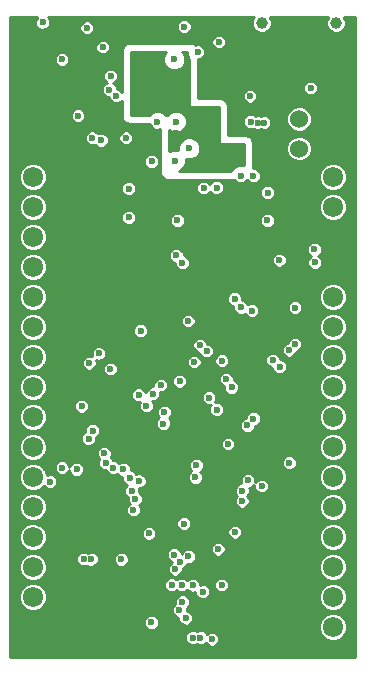
<source format=gbr>
G04 #@! TF.FileFunction,Copper,L3,Inr,Plane*
%FSLAX46Y46*%
G04 Gerber Fmt 4.6, Leading zero omitted, Abs format (unit mm)*
G04 Created by KiCad (PCBNEW 4.0.7) date 07/17/18 10:36:10*
%MOMM*%
%LPD*%
G01*
G04 APERTURE LIST*
%ADD10C,0.100000*%
%ADD11C,1.524000*%
%ADD12C,1.720000*%
%ADD13C,1.000000*%
%ADD14C,0.600000*%
%ADD15C,0.254000*%
G04 APERTURE END LIST*
D10*
D11*
X109860000Y-84010000D03*
X109860000Y-86510000D03*
D12*
X112700000Y-88950000D03*
X112700000Y-91490000D03*
X112700000Y-94030000D03*
X112700000Y-96570000D03*
X112700000Y-99110000D03*
X112700000Y-101650000D03*
X112700000Y-104190000D03*
X112700000Y-106730000D03*
X112700000Y-109270000D03*
X112700000Y-111810000D03*
X112700000Y-114350000D03*
X112700000Y-116890000D03*
X112700000Y-119430000D03*
X112700000Y-121970000D03*
X112700000Y-124510000D03*
X112700000Y-127050000D03*
X87300000Y-88950000D03*
X87300000Y-91490000D03*
X87300000Y-94030000D03*
X87300000Y-96570000D03*
X87300000Y-99110000D03*
X87300000Y-101650000D03*
X87300000Y-104190000D03*
X87300000Y-106730000D03*
X87300000Y-109270000D03*
X87300000Y-111810000D03*
X87300000Y-114350000D03*
X87300000Y-116890000D03*
X87300000Y-119430000D03*
X87300000Y-121970000D03*
X87300000Y-124510000D03*
X87300000Y-127050000D03*
D13*
X106700000Y-75900000D03*
X113000000Y-75900000D03*
D14*
X109180000Y-93890000D03*
X110310000Y-92590000D03*
X110300000Y-90230000D03*
X103350000Y-116430000D03*
X108368402Y-114121598D03*
X97150000Y-110630000D03*
X97365673Y-125803004D03*
X97372508Y-125030623D03*
X102470000Y-118000000D03*
X100420000Y-116580000D03*
X97095141Y-120138763D03*
X102460000Y-92330000D03*
X103690000Y-91480000D03*
X93224053Y-104626465D03*
X103003422Y-121478298D03*
X102453422Y-124048298D03*
X98143422Y-127928298D03*
X96700000Y-86530000D03*
X106650000Y-99630000D03*
X104720000Y-96400000D03*
X97320000Y-102370000D03*
X99570000Y-89850000D03*
X90620000Y-122510000D03*
X111341380Y-98467684D03*
X106718352Y-100887372D03*
X89728352Y-111257372D03*
X90998352Y-111227372D03*
X96670000Y-85190000D03*
X88160000Y-75830000D03*
X110840000Y-81390000D03*
X99290000Y-78970000D03*
X100130000Y-76190000D03*
X100858474Y-123479026D03*
X99067644Y-123458521D03*
X97358838Y-126630066D03*
X99909630Y-123469400D03*
X104420000Y-118990000D03*
X97154345Y-119104345D03*
X100100000Y-118260000D03*
X99560000Y-92590000D03*
X92917470Y-103852525D03*
X93888697Y-105176450D03*
X94985468Y-113681322D03*
X92375308Y-110394905D03*
X93110000Y-85810000D03*
X103013422Y-120428298D03*
X103293422Y-123468298D03*
X102493422Y-128048298D03*
X101503422Y-127928298D03*
X100853422Y-127928298D03*
X97370000Y-87610000D03*
X95440000Y-92340000D03*
X104931587Y-99968413D03*
X103320000Y-104480000D03*
X109000000Y-103580000D03*
X99440000Y-84230000D03*
X96440000Y-101940000D03*
X105038352Y-115487372D03*
X105990000Y-88830000D03*
X111191380Y-96147684D03*
X111161380Y-95057684D03*
X105868352Y-100237372D03*
X109508352Y-103077372D03*
X109028352Y-113117372D03*
X107181380Y-92597684D03*
X107201380Y-90247684D03*
X108181380Y-95967684D03*
X109521380Y-99977684D03*
X94808352Y-121287372D03*
X91618352Y-121267372D03*
X92268352Y-121277372D03*
X104910000Y-88830000D03*
X103070000Y-77490000D03*
X93240000Y-77910000D03*
X89790000Y-78970000D03*
X91890002Y-76290000D03*
X101290000Y-78330000D03*
X92340000Y-85610000D03*
X95190000Y-85610000D03*
X100560000Y-86500000D03*
X99330000Y-87530000D03*
X97870000Y-84290000D03*
X106860000Y-84310000D03*
X106360000Y-84320000D03*
X105750000Y-84230000D03*
X105700000Y-82080000D03*
X92084677Y-104679949D03*
X91146481Y-83734625D03*
X99450000Y-85180000D03*
X96780000Y-81920000D03*
X99430000Y-83250000D03*
X102280000Y-84240000D03*
X102880000Y-87640000D03*
X103720000Y-86310000D03*
X102870000Y-89820000D03*
X108205001Y-104982220D03*
X101770000Y-89860000D03*
X107630000Y-104430000D03*
X102890000Y-108610000D03*
X102226262Y-107599436D03*
X95440000Y-89910000D03*
X89780486Y-113534793D03*
X93354730Y-112311014D03*
X93474953Y-113113018D03*
X91018352Y-113667372D03*
X96928186Y-108316648D03*
X94118241Y-113529557D03*
X92047286Y-111077384D03*
X91440000Y-108320000D03*
X96274593Y-107371250D03*
X93900000Y-80390000D03*
X98375433Y-109801626D03*
X99724742Y-125599478D03*
X99280000Y-120890000D03*
X100981587Y-104581587D03*
X100470000Y-101110000D03*
X98451933Y-108822419D03*
X100260950Y-126268809D03*
X100488422Y-121038298D03*
X104400000Y-99230000D03*
X95834783Y-117118186D03*
X106700000Y-115080000D03*
X103840000Y-111530000D03*
X99975549Y-96193218D03*
X102030000Y-103650000D03*
X99460000Y-95560000D03*
X101460556Y-103161906D03*
X95517472Y-114387593D03*
X96328745Y-114646872D03*
X101082042Y-114344016D03*
X99741942Y-121480857D03*
X105038343Y-116365909D03*
X101703705Y-124027620D03*
X105540000Y-114610000D03*
X99972902Y-124891722D03*
X101166645Y-113331737D03*
X99366338Y-122130030D03*
X105490000Y-109960000D03*
X105990000Y-109380000D03*
X104149024Y-106730557D03*
X103686787Y-106037200D03*
X99740000Y-106210000D03*
X88767407Y-114717408D03*
X95694422Y-115487604D03*
X96000021Y-116172532D03*
X97475647Y-107278405D03*
X93804229Y-81520227D03*
X98158850Y-106535556D03*
X94355771Y-82071769D03*
D15*
G36*
X87628765Y-75474369D02*
X87533109Y-75704735D01*
X87532891Y-75954171D01*
X87628145Y-76184703D01*
X87804369Y-76361235D01*
X88034735Y-76456891D01*
X88284171Y-76457109D01*
X88388088Y-76414171D01*
X91262893Y-76414171D01*
X91358147Y-76644703D01*
X91534371Y-76821235D01*
X91764737Y-76916891D01*
X92014173Y-76917109D01*
X92244705Y-76821855D01*
X92421237Y-76645631D01*
X92516893Y-76415265D01*
X92516981Y-76314171D01*
X99502891Y-76314171D01*
X99598145Y-76544703D01*
X99774369Y-76721235D01*
X100004735Y-76816891D01*
X100254171Y-76817109D01*
X100484703Y-76721855D01*
X100661235Y-76545631D01*
X100756891Y-76315265D01*
X100757109Y-76065829D01*
X100661855Y-75835297D01*
X100485631Y-75658765D01*
X100255265Y-75563109D01*
X100005829Y-75562891D01*
X99775297Y-75658145D01*
X99598765Y-75834369D01*
X99503109Y-76064735D01*
X99502891Y-76314171D01*
X92516981Y-76314171D01*
X92517111Y-76165829D01*
X92421857Y-75935297D01*
X92245633Y-75758765D01*
X92015267Y-75663109D01*
X91765831Y-75662891D01*
X91535299Y-75758145D01*
X91358767Y-75934369D01*
X91263111Y-76164735D01*
X91262893Y-76414171D01*
X88388088Y-76414171D01*
X88514703Y-76361855D01*
X88691235Y-76185631D01*
X88786891Y-75955265D01*
X88787109Y-75705829D01*
X88691855Y-75475297D01*
X88618686Y-75402000D01*
X106028293Y-75402000D01*
X105999312Y-75430930D01*
X105873144Y-75734778D01*
X105872857Y-76063779D01*
X105998495Y-76367846D01*
X106230930Y-76600688D01*
X106534778Y-76726856D01*
X106863779Y-76727143D01*
X107167846Y-76601505D01*
X107400688Y-76369070D01*
X107526856Y-76065222D01*
X107527143Y-75736221D01*
X107401505Y-75432154D01*
X107371404Y-75402000D01*
X112328293Y-75402000D01*
X112299312Y-75430930D01*
X112173144Y-75734778D01*
X112172857Y-76063779D01*
X112298495Y-76367846D01*
X112530930Y-76600688D01*
X112834778Y-76726856D01*
X113163779Y-76727143D01*
X113467846Y-76601505D01*
X113700688Y-76369070D01*
X113826856Y-76065222D01*
X113827143Y-75736221D01*
X113701505Y-75432154D01*
X113671404Y-75402000D01*
X114598000Y-75402000D01*
X114598000Y-129598000D01*
X85402000Y-129598000D01*
X85402000Y-128052469D01*
X100226313Y-128052469D01*
X100321567Y-128283001D01*
X100497791Y-128459533D01*
X100728157Y-128555189D01*
X100977593Y-128555407D01*
X101178632Y-128472339D01*
X101378157Y-128555189D01*
X101627593Y-128555407D01*
X101858125Y-128460153D01*
X101948079Y-128370356D01*
X101961567Y-128403001D01*
X102137791Y-128579533D01*
X102368157Y-128675189D01*
X102617593Y-128675407D01*
X102848125Y-128580153D01*
X103024657Y-128403929D01*
X103120313Y-128173563D01*
X103120531Y-127924127D01*
X103025277Y-127693595D01*
X102849053Y-127517063D01*
X102618687Y-127421407D01*
X102369251Y-127421189D01*
X102138719Y-127516443D01*
X102048765Y-127606240D01*
X102035277Y-127573595D01*
X101859053Y-127397063D01*
X101628687Y-127301407D01*
X101379251Y-127301189D01*
X101178212Y-127384257D01*
X100978687Y-127301407D01*
X100729251Y-127301189D01*
X100498719Y-127396443D01*
X100322187Y-127572667D01*
X100226531Y-127803033D01*
X100226313Y-128052469D01*
X85402000Y-128052469D01*
X85402000Y-127285073D01*
X111512794Y-127285073D01*
X111693123Y-127721503D01*
X112026740Y-128055703D01*
X112462855Y-128236794D01*
X112935073Y-128237206D01*
X113371503Y-128056877D01*
X113705703Y-127723260D01*
X113886794Y-127287145D01*
X113887206Y-126814927D01*
X113706877Y-126378497D01*
X113373260Y-126044297D01*
X112937145Y-125863206D01*
X112464927Y-125862794D01*
X112028497Y-126043123D01*
X111694297Y-126376740D01*
X111513206Y-126812855D01*
X111512794Y-127285073D01*
X85402000Y-127285073D01*
X85402000Y-126754237D01*
X96731729Y-126754237D01*
X96826983Y-126984769D01*
X97003207Y-127161301D01*
X97233573Y-127256957D01*
X97483009Y-127257175D01*
X97713541Y-127161921D01*
X97890073Y-126985697D01*
X97985729Y-126755331D01*
X97985947Y-126505895D01*
X97890693Y-126275363D01*
X97714469Y-126098831D01*
X97484103Y-126003175D01*
X97234667Y-126002957D01*
X97004135Y-126098211D01*
X96827603Y-126274435D01*
X96731947Y-126504801D01*
X96731729Y-126754237D01*
X85402000Y-126754237D01*
X85402000Y-125723649D01*
X99097633Y-125723649D01*
X99192887Y-125954181D01*
X99369111Y-126130713D01*
X99599477Y-126226369D01*
X99633987Y-126226399D01*
X99633841Y-126392980D01*
X99729095Y-126623512D01*
X99905319Y-126800044D01*
X100135685Y-126895700D01*
X100385121Y-126895918D01*
X100615653Y-126800664D01*
X100792185Y-126624440D01*
X100887841Y-126394074D01*
X100888059Y-126144638D01*
X100792805Y-125914106D01*
X100616581Y-125737574D01*
X100386215Y-125641918D01*
X100351705Y-125641888D01*
X100351851Y-125475307D01*
X100329638Y-125421548D01*
X100504137Y-125247353D01*
X100599793Y-125016987D01*
X100600011Y-124767551D01*
X100590724Y-124745073D01*
X111512794Y-124745073D01*
X111693123Y-125181503D01*
X112026740Y-125515703D01*
X112462855Y-125696794D01*
X112935073Y-125697206D01*
X113371503Y-125516877D01*
X113705703Y-125183260D01*
X113886794Y-124747145D01*
X113887206Y-124274927D01*
X113706877Y-123838497D01*
X113373260Y-123504297D01*
X112937145Y-123323206D01*
X112464927Y-123322794D01*
X112028497Y-123503123D01*
X111694297Y-123836740D01*
X111513206Y-124272855D01*
X111512794Y-124745073D01*
X100590724Y-124745073D01*
X100504757Y-124537019D01*
X100328533Y-124360487D01*
X100098167Y-124264831D01*
X99848731Y-124264613D01*
X99618199Y-124359867D01*
X99441667Y-124536091D01*
X99346011Y-124766457D01*
X99345793Y-125015893D01*
X99368006Y-125069652D01*
X99193507Y-125243847D01*
X99097851Y-125474213D01*
X99097633Y-125723649D01*
X85402000Y-125723649D01*
X85402000Y-124745073D01*
X86112794Y-124745073D01*
X86293123Y-125181503D01*
X86626740Y-125515703D01*
X87062855Y-125696794D01*
X87535073Y-125697206D01*
X87971503Y-125516877D01*
X88305703Y-125183260D01*
X88486794Y-124747145D01*
X88487206Y-124274927D01*
X88306877Y-123838497D01*
X88051519Y-123582692D01*
X98440535Y-123582692D01*
X98535789Y-123813224D01*
X98712013Y-123989756D01*
X98942379Y-124085412D01*
X99191815Y-124085630D01*
X99422347Y-123990376D01*
X99483158Y-123929671D01*
X99553999Y-124000635D01*
X99784365Y-124096291D01*
X100033801Y-124096509D01*
X100264333Y-124001255D01*
X100379293Y-123886495D01*
X100502843Y-124010261D01*
X100733209Y-124105917D01*
X100982645Y-124106135D01*
X101076670Y-124067285D01*
X101076596Y-124151791D01*
X101171850Y-124382323D01*
X101348074Y-124558855D01*
X101578440Y-124654511D01*
X101827876Y-124654729D01*
X102058408Y-124559475D01*
X102234940Y-124383251D01*
X102330596Y-124152885D01*
X102330814Y-123903449D01*
X102235560Y-123672917D01*
X102155253Y-123592469D01*
X102666313Y-123592469D01*
X102761567Y-123823001D01*
X102937791Y-123999533D01*
X103168157Y-124095189D01*
X103417593Y-124095407D01*
X103648125Y-124000153D01*
X103824657Y-123823929D01*
X103920313Y-123593563D01*
X103920531Y-123344127D01*
X103825277Y-123113595D01*
X103649053Y-122937063D01*
X103418687Y-122841407D01*
X103169251Y-122841189D01*
X102938719Y-122936443D01*
X102762187Y-123112667D01*
X102666531Y-123343033D01*
X102666313Y-123592469D01*
X102155253Y-123592469D01*
X102059336Y-123496385D01*
X101828970Y-123400729D01*
X101579534Y-123400511D01*
X101485509Y-123439361D01*
X101485583Y-123354855D01*
X101390329Y-123124323D01*
X101214105Y-122947791D01*
X100983739Y-122852135D01*
X100734303Y-122851917D01*
X100503771Y-122947171D01*
X100388811Y-123061931D01*
X100265261Y-122938165D01*
X100034895Y-122842509D01*
X99785459Y-122842291D01*
X99554927Y-122937545D01*
X99494116Y-122998250D01*
X99423275Y-122927286D01*
X99192909Y-122831630D01*
X98943473Y-122831412D01*
X98712941Y-122926666D01*
X98536409Y-123102890D01*
X98440753Y-123333256D01*
X98440535Y-123582692D01*
X88051519Y-123582692D01*
X87973260Y-123504297D01*
X87537145Y-123323206D01*
X87064927Y-123322794D01*
X86628497Y-123503123D01*
X86294297Y-123836740D01*
X86113206Y-124272855D01*
X86112794Y-124745073D01*
X85402000Y-124745073D01*
X85402000Y-122205073D01*
X86112794Y-122205073D01*
X86293123Y-122641503D01*
X86626740Y-122975703D01*
X87062855Y-123156794D01*
X87535073Y-123157206D01*
X87971503Y-122976877D01*
X88305703Y-122643260D01*
X88486794Y-122207145D01*
X88487206Y-121734927D01*
X88345323Y-121391543D01*
X90991243Y-121391543D01*
X91086497Y-121622075D01*
X91262721Y-121798607D01*
X91493087Y-121894263D01*
X91742523Y-121894481D01*
X91931491Y-121816401D01*
X92143087Y-121904263D01*
X92392523Y-121904481D01*
X92623055Y-121809227D01*
X92799587Y-121633003D01*
X92891544Y-121411543D01*
X94181243Y-121411543D01*
X94276497Y-121642075D01*
X94452721Y-121818607D01*
X94683087Y-121914263D01*
X94932523Y-121914481D01*
X95163055Y-121819227D01*
X95339587Y-121643003D01*
X95435243Y-121412637D01*
X95435461Y-121163201D01*
X95373883Y-121014171D01*
X98652891Y-121014171D01*
X98748145Y-121244703D01*
X98924369Y-121421235D01*
X99114924Y-121500360D01*
X99114876Y-121555517D01*
X99011635Y-121598175D01*
X98835103Y-121774399D01*
X98739447Y-122004765D01*
X98739229Y-122254201D01*
X98834483Y-122484733D01*
X99010707Y-122661265D01*
X99241073Y-122756921D01*
X99490509Y-122757139D01*
X99721041Y-122661885D01*
X99897573Y-122485661D01*
X99993229Y-122255295D01*
X99993272Y-122205073D01*
X111512794Y-122205073D01*
X111693123Y-122641503D01*
X112026740Y-122975703D01*
X112462855Y-123156794D01*
X112935073Y-123157206D01*
X113371503Y-122976877D01*
X113705703Y-122643260D01*
X113886794Y-122207145D01*
X113887206Y-121734927D01*
X113706877Y-121298497D01*
X113373260Y-120964297D01*
X112937145Y-120783206D01*
X112464927Y-120782794D01*
X112028497Y-120963123D01*
X111694297Y-121296740D01*
X111513206Y-121732855D01*
X111512794Y-122205073D01*
X99993272Y-122205073D01*
X99993404Y-122055370D01*
X100096645Y-122012712D01*
X100273177Y-121836488D01*
X100347079Y-121658513D01*
X100363157Y-121665189D01*
X100612593Y-121665407D01*
X100843125Y-121570153D01*
X101019657Y-121393929D01*
X101115313Y-121163563D01*
X101115531Y-120914127D01*
X101020277Y-120683595D01*
X100889380Y-120552469D01*
X102386313Y-120552469D01*
X102481567Y-120783001D01*
X102657791Y-120959533D01*
X102888157Y-121055189D01*
X103137593Y-121055407D01*
X103368125Y-120960153D01*
X103544657Y-120783929D01*
X103640313Y-120553563D01*
X103640531Y-120304127D01*
X103545277Y-120073595D01*
X103369053Y-119897063D01*
X103138687Y-119801407D01*
X102889251Y-119801189D01*
X102658719Y-119896443D01*
X102482187Y-120072667D01*
X102386531Y-120303033D01*
X102386313Y-120552469D01*
X100889380Y-120552469D01*
X100844053Y-120507063D01*
X100613687Y-120411407D01*
X100364251Y-120411189D01*
X100133719Y-120506443D01*
X99957187Y-120682667D01*
X99907076Y-120803348D01*
X99907109Y-120765829D01*
X99811855Y-120535297D01*
X99635631Y-120358765D01*
X99405265Y-120263109D01*
X99155829Y-120262891D01*
X98925297Y-120358145D01*
X98748765Y-120534369D01*
X98653109Y-120764735D01*
X98652891Y-121014171D01*
X95373883Y-121014171D01*
X95340207Y-120932669D01*
X95163983Y-120756137D01*
X94933617Y-120660481D01*
X94684181Y-120660263D01*
X94453649Y-120755517D01*
X94277117Y-120931741D01*
X94181461Y-121162107D01*
X94181243Y-121411543D01*
X92891544Y-121411543D01*
X92895243Y-121402637D01*
X92895461Y-121153201D01*
X92800207Y-120922669D01*
X92623983Y-120746137D01*
X92393617Y-120650481D01*
X92144181Y-120650263D01*
X91955213Y-120728343D01*
X91743617Y-120640481D01*
X91494181Y-120640263D01*
X91263649Y-120735517D01*
X91087117Y-120911741D01*
X90991461Y-121142107D01*
X90991243Y-121391543D01*
X88345323Y-121391543D01*
X88306877Y-121298497D01*
X87973260Y-120964297D01*
X87537145Y-120783206D01*
X87064927Y-120782794D01*
X86628497Y-120963123D01*
X86294297Y-121296740D01*
X86113206Y-121732855D01*
X86112794Y-122205073D01*
X85402000Y-122205073D01*
X85402000Y-119665073D01*
X86112794Y-119665073D01*
X86293123Y-120101503D01*
X86626740Y-120435703D01*
X87062855Y-120616794D01*
X87535073Y-120617206D01*
X87971503Y-120436877D01*
X88305703Y-120103260D01*
X88486794Y-119667145D01*
X88487176Y-119228516D01*
X96527236Y-119228516D01*
X96622490Y-119459048D01*
X96798714Y-119635580D01*
X97029080Y-119731236D01*
X97278516Y-119731454D01*
X97439170Y-119665073D01*
X111512794Y-119665073D01*
X111693123Y-120101503D01*
X112026740Y-120435703D01*
X112462855Y-120616794D01*
X112935073Y-120617206D01*
X113371503Y-120436877D01*
X113705703Y-120103260D01*
X113886794Y-119667145D01*
X113887206Y-119194927D01*
X113706877Y-118758497D01*
X113373260Y-118424297D01*
X112937145Y-118243206D01*
X112464927Y-118242794D01*
X112028497Y-118423123D01*
X111694297Y-118756740D01*
X111513206Y-119192855D01*
X111512794Y-119665073D01*
X97439170Y-119665073D01*
X97509048Y-119636200D01*
X97685580Y-119459976D01*
X97781236Y-119229610D01*
X97781336Y-119114171D01*
X103792891Y-119114171D01*
X103888145Y-119344703D01*
X104064369Y-119521235D01*
X104294735Y-119616891D01*
X104544171Y-119617109D01*
X104774703Y-119521855D01*
X104951235Y-119345631D01*
X105046891Y-119115265D01*
X105047109Y-118865829D01*
X104951855Y-118635297D01*
X104775631Y-118458765D01*
X104545265Y-118363109D01*
X104295829Y-118362891D01*
X104065297Y-118458145D01*
X103888765Y-118634369D01*
X103793109Y-118864735D01*
X103792891Y-119114171D01*
X97781336Y-119114171D01*
X97781454Y-118980174D01*
X97686200Y-118749642D01*
X97509976Y-118573110D01*
X97279610Y-118477454D01*
X97030174Y-118477236D01*
X96799642Y-118572490D01*
X96623110Y-118748714D01*
X96527454Y-118979080D01*
X96527236Y-119228516D01*
X88487176Y-119228516D01*
X88487206Y-119194927D01*
X88306877Y-118758497D01*
X87973260Y-118424297D01*
X87876626Y-118384171D01*
X99472891Y-118384171D01*
X99568145Y-118614703D01*
X99744369Y-118791235D01*
X99974735Y-118886891D01*
X100224171Y-118887109D01*
X100454703Y-118791855D01*
X100631235Y-118615631D01*
X100726891Y-118385265D01*
X100727109Y-118135829D01*
X100631855Y-117905297D01*
X100455631Y-117728765D01*
X100225265Y-117633109D01*
X99975829Y-117632891D01*
X99745297Y-117728145D01*
X99568765Y-117904369D01*
X99473109Y-118134735D01*
X99472891Y-118384171D01*
X87876626Y-118384171D01*
X87537145Y-118243206D01*
X87064927Y-118242794D01*
X86628497Y-118423123D01*
X86294297Y-118756740D01*
X86113206Y-119192855D01*
X86112794Y-119665073D01*
X85402000Y-119665073D01*
X85402000Y-117125073D01*
X86112794Y-117125073D01*
X86293123Y-117561503D01*
X86626740Y-117895703D01*
X87062855Y-118076794D01*
X87535073Y-118077206D01*
X87971503Y-117896877D01*
X88305703Y-117563260D01*
X88486794Y-117127145D01*
X88487206Y-116654927D01*
X88306877Y-116218497D01*
X87973260Y-115884297D01*
X87537145Y-115703206D01*
X87064927Y-115702794D01*
X86628497Y-115883123D01*
X86294297Y-116216740D01*
X86113206Y-116652855D01*
X86112794Y-117125073D01*
X85402000Y-117125073D01*
X85402000Y-114585073D01*
X86112794Y-114585073D01*
X86293123Y-115021503D01*
X86626740Y-115355703D01*
X87062855Y-115536794D01*
X87535073Y-115537206D01*
X87971503Y-115356877D01*
X88246141Y-115082718D01*
X88411776Y-115248643D01*
X88642142Y-115344299D01*
X88891578Y-115344517D01*
X89122110Y-115249263D01*
X89298642Y-115073039D01*
X89394298Y-114842673D01*
X89394516Y-114593237D01*
X89299262Y-114362705D01*
X89123038Y-114186173D01*
X88892672Y-114090517D01*
X88643236Y-114090299D01*
X88487171Y-114154784D01*
X88487206Y-114114927D01*
X88306877Y-113678497D01*
X88287379Y-113658964D01*
X89153377Y-113658964D01*
X89248631Y-113889496D01*
X89424855Y-114066028D01*
X89655221Y-114161684D01*
X89904657Y-114161902D01*
X90135189Y-114066648D01*
X90311721Y-113890424D01*
X90391324Y-113698718D01*
X90391243Y-113791543D01*
X90486497Y-114022075D01*
X90662721Y-114198607D01*
X90893087Y-114294263D01*
X91142523Y-114294481D01*
X91373055Y-114199227D01*
X91549587Y-114023003D01*
X91645243Y-113792637D01*
X91645461Y-113543201D01*
X91550207Y-113312669D01*
X91373983Y-113136137D01*
X91143617Y-113040481D01*
X90894181Y-113040263D01*
X90663649Y-113135517D01*
X90487117Y-113311741D01*
X90407514Y-113503447D01*
X90407595Y-113410622D01*
X90312341Y-113180090D01*
X90136117Y-113003558D01*
X89905751Y-112907902D01*
X89656315Y-112907684D01*
X89425783Y-113002938D01*
X89249251Y-113179162D01*
X89153595Y-113409528D01*
X89153377Y-113658964D01*
X88287379Y-113658964D01*
X87973260Y-113344297D01*
X87537145Y-113163206D01*
X87064927Y-113162794D01*
X86628497Y-113343123D01*
X86294297Y-113676740D01*
X86113206Y-114112855D01*
X86112794Y-114585073D01*
X85402000Y-114585073D01*
X85402000Y-112045073D01*
X86112794Y-112045073D01*
X86293123Y-112481503D01*
X86626740Y-112815703D01*
X87062855Y-112996794D01*
X87535073Y-112997206D01*
X87971503Y-112816877D01*
X88305703Y-112483260D01*
X88325665Y-112435185D01*
X92727621Y-112435185D01*
X92822875Y-112665717D01*
X92935101Y-112778139D01*
X92848062Y-112987753D01*
X92847844Y-113237189D01*
X92943098Y-113467721D01*
X93119322Y-113644253D01*
X93349688Y-113739909D01*
X93526805Y-113740064D01*
X93586386Y-113884260D01*
X93762610Y-114060792D01*
X93992976Y-114156448D01*
X94242412Y-114156666D01*
X94472944Y-114061412D01*
X94475955Y-114058406D01*
X94629837Y-114212557D01*
X94860203Y-114308213D01*
X94890541Y-114308240D01*
X94890363Y-114511764D01*
X94985617Y-114742296D01*
X95161841Y-114918828D01*
X95313585Y-114981837D01*
X95163187Y-115131973D01*
X95067531Y-115362339D01*
X95067313Y-115611775D01*
X95162567Y-115842307D01*
X95338791Y-116018839D01*
X95378148Y-116035182D01*
X95373130Y-116047267D01*
X95372912Y-116296703D01*
X95468166Y-116527235D01*
X95513411Y-116572559D01*
X95480080Y-116586331D01*
X95303548Y-116762555D01*
X95207892Y-116992921D01*
X95207674Y-117242357D01*
X95302928Y-117472889D01*
X95479152Y-117649421D01*
X95709518Y-117745077D01*
X95958954Y-117745295D01*
X96189486Y-117650041D01*
X96366018Y-117473817D01*
X96461674Y-117243451D01*
X96461777Y-117125073D01*
X111512794Y-117125073D01*
X111693123Y-117561503D01*
X112026740Y-117895703D01*
X112462855Y-118076794D01*
X112935073Y-118077206D01*
X113371503Y-117896877D01*
X113705703Y-117563260D01*
X113886794Y-117127145D01*
X113887206Y-116654927D01*
X113706877Y-116218497D01*
X113373260Y-115884297D01*
X112937145Y-115703206D01*
X112464927Y-115702794D01*
X112028497Y-115883123D01*
X111694297Y-116216740D01*
X111513206Y-116652855D01*
X111512794Y-117125073D01*
X96461777Y-117125073D01*
X96461892Y-116994015D01*
X96366638Y-116763483D01*
X96321393Y-116718159D01*
X96354724Y-116704387D01*
X96531256Y-116528163D01*
X96547069Y-116490080D01*
X104411234Y-116490080D01*
X104506488Y-116720612D01*
X104682712Y-116897144D01*
X104913078Y-116992800D01*
X105162514Y-116993018D01*
X105393046Y-116897764D01*
X105569578Y-116721540D01*
X105665234Y-116491174D01*
X105665452Y-116241738D01*
X105570198Y-116011206D01*
X105485792Y-115926652D01*
X105569587Y-115843003D01*
X105665243Y-115612637D01*
X105665461Y-115363201D01*
X105613342Y-115237065D01*
X105664171Y-115237109D01*
X105894703Y-115141855D01*
X106071235Y-114965631D01*
X106073103Y-114961131D01*
X106072891Y-115204171D01*
X106168145Y-115434703D01*
X106344369Y-115611235D01*
X106574735Y-115706891D01*
X106824171Y-115707109D01*
X107054703Y-115611855D01*
X107231235Y-115435631D01*
X107326891Y-115205265D01*
X107327109Y-114955829D01*
X107231855Y-114725297D01*
X107091876Y-114585073D01*
X111512794Y-114585073D01*
X111693123Y-115021503D01*
X112026740Y-115355703D01*
X112462855Y-115536794D01*
X112935073Y-115537206D01*
X113371503Y-115356877D01*
X113705703Y-115023260D01*
X113886794Y-114587145D01*
X113887206Y-114114927D01*
X113706877Y-113678497D01*
X113373260Y-113344297D01*
X112937145Y-113163206D01*
X112464927Y-113162794D01*
X112028497Y-113343123D01*
X111694297Y-113676740D01*
X111513206Y-114112855D01*
X111512794Y-114585073D01*
X107091876Y-114585073D01*
X107055631Y-114548765D01*
X106825265Y-114453109D01*
X106575829Y-114452891D01*
X106345297Y-114548145D01*
X106168765Y-114724369D01*
X106166897Y-114728869D01*
X106167109Y-114485829D01*
X106071855Y-114255297D01*
X105895631Y-114078765D01*
X105665265Y-113983109D01*
X105415829Y-113982891D01*
X105185297Y-114078145D01*
X105008765Y-114254369D01*
X104913109Y-114484735D01*
X104912891Y-114734171D01*
X104965010Y-114860307D01*
X104914181Y-114860263D01*
X104683649Y-114955517D01*
X104507117Y-115131741D01*
X104411461Y-115362107D01*
X104411243Y-115611543D01*
X104506497Y-115842075D01*
X104590903Y-115926629D01*
X104507108Y-116010278D01*
X104411452Y-116240644D01*
X104411234Y-116490080D01*
X96547069Y-116490080D01*
X96626912Y-116297797D01*
X96627130Y-116048361D01*
X96531876Y-115817829D01*
X96355652Y-115641297D01*
X96316295Y-115624954D01*
X96321313Y-115612869D01*
X96321531Y-115363433D01*
X96284509Y-115273834D01*
X96452916Y-115273981D01*
X96683448Y-115178727D01*
X96859980Y-115002503D01*
X96955636Y-114772137D01*
X96955854Y-114522701D01*
X96933330Y-114468187D01*
X100454933Y-114468187D01*
X100550187Y-114698719D01*
X100726411Y-114875251D01*
X100956777Y-114970907D01*
X101206213Y-114971125D01*
X101436745Y-114875871D01*
X101613277Y-114699647D01*
X101708933Y-114469281D01*
X101709151Y-114219845D01*
X101613897Y-113989313D01*
X101498018Y-113873232D01*
X101521348Y-113863592D01*
X101697880Y-113687368D01*
X101793536Y-113457002D01*
X101793724Y-113241543D01*
X108401243Y-113241543D01*
X108496497Y-113472075D01*
X108672721Y-113648607D01*
X108903087Y-113744263D01*
X109152523Y-113744481D01*
X109383055Y-113649227D01*
X109559587Y-113473003D01*
X109655243Y-113242637D01*
X109655461Y-112993201D01*
X109560207Y-112762669D01*
X109383983Y-112586137D01*
X109153617Y-112490481D01*
X108904181Y-112490263D01*
X108673649Y-112585517D01*
X108497117Y-112761741D01*
X108401461Y-112992107D01*
X108401243Y-113241543D01*
X101793724Y-113241543D01*
X101793754Y-113207566D01*
X101698500Y-112977034D01*
X101522276Y-112800502D01*
X101291910Y-112704846D01*
X101042474Y-112704628D01*
X100811942Y-112799882D01*
X100635410Y-112976106D01*
X100539754Y-113206472D01*
X100539536Y-113455908D01*
X100634790Y-113686440D01*
X100750669Y-113802521D01*
X100727339Y-113812161D01*
X100550807Y-113988385D01*
X100455151Y-114218751D01*
X100454933Y-114468187D01*
X96933330Y-114468187D01*
X96860600Y-114292169D01*
X96684376Y-114115637D01*
X96454010Y-114019981D01*
X96204574Y-114019763D01*
X96067334Y-114076470D01*
X96049327Y-114032890D01*
X95873103Y-113856358D01*
X95642737Y-113760702D01*
X95612399Y-113760675D01*
X95612577Y-113557151D01*
X95517323Y-113326619D01*
X95341099Y-113150087D01*
X95110733Y-113054431D01*
X94861297Y-113054213D01*
X94630765Y-113149467D01*
X94627754Y-113152473D01*
X94473872Y-112998322D01*
X94243506Y-112902666D01*
X94066389Y-112902511D01*
X94006808Y-112758315D01*
X93894582Y-112645893D01*
X93981621Y-112436279D01*
X93981839Y-112186843D01*
X93886585Y-111956311D01*
X93710361Y-111779779D01*
X93479995Y-111684123D01*
X93230559Y-111683905D01*
X93000027Y-111779159D01*
X92823495Y-111955383D01*
X92727839Y-112185749D01*
X92727621Y-112435185D01*
X88325665Y-112435185D01*
X88486794Y-112047145D01*
X88487206Y-111574927D01*
X88332933Y-111201555D01*
X91420177Y-111201555D01*
X91515431Y-111432087D01*
X91691655Y-111608619D01*
X91922021Y-111704275D01*
X92171457Y-111704493D01*
X92293245Y-111654171D01*
X103212891Y-111654171D01*
X103308145Y-111884703D01*
X103484369Y-112061235D01*
X103714735Y-112156891D01*
X103964171Y-112157109D01*
X104194703Y-112061855D01*
X104211514Y-112045073D01*
X111512794Y-112045073D01*
X111693123Y-112481503D01*
X112026740Y-112815703D01*
X112462855Y-112996794D01*
X112935073Y-112997206D01*
X113371503Y-112816877D01*
X113705703Y-112483260D01*
X113886794Y-112047145D01*
X113887206Y-111574927D01*
X113706877Y-111138497D01*
X113373260Y-110804297D01*
X112937145Y-110623206D01*
X112464927Y-110622794D01*
X112028497Y-110803123D01*
X111694297Y-111136740D01*
X111513206Y-111572855D01*
X111512794Y-112045073D01*
X104211514Y-112045073D01*
X104371235Y-111885631D01*
X104466891Y-111655265D01*
X104467109Y-111405829D01*
X104371855Y-111175297D01*
X104195631Y-110998765D01*
X103965265Y-110903109D01*
X103715829Y-110902891D01*
X103485297Y-110998145D01*
X103308765Y-111174369D01*
X103213109Y-111404735D01*
X103212891Y-111654171D01*
X92293245Y-111654171D01*
X92401989Y-111609239D01*
X92578521Y-111433015D01*
X92674177Y-111202649D01*
X92674395Y-110953213D01*
X92673169Y-110950247D01*
X92730011Y-110926760D01*
X92906543Y-110750536D01*
X93002199Y-110520170D01*
X93002417Y-110270734D01*
X92907163Y-110040202D01*
X92792958Y-109925797D01*
X97748324Y-109925797D01*
X97843578Y-110156329D01*
X98019802Y-110332861D01*
X98250168Y-110428517D01*
X98499604Y-110428735D01*
X98730136Y-110333481D01*
X98906668Y-110157257D01*
X98937015Y-110084171D01*
X104862891Y-110084171D01*
X104958145Y-110314703D01*
X105134369Y-110491235D01*
X105364735Y-110586891D01*
X105614171Y-110587109D01*
X105844703Y-110491855D01*
X106021235Y-110315631D01*
X106116891Y-110085265D01*
X106116960Y-110005956D01*
X106344703Y-109911855D01*
X106521235Y-109735631D01*
X106616891Y-109505265D01*
X106616891Y-109505073D01*
X111512794Y-109505073D01*
X111693123Y-109941503D01*
X112026740Y-110275703D01*
X112462855Y-110456794D01*
X112935073Y-110457206D01*
X113371503Y-110276877D01*
X113705703Y-109943260D01*
X113886794Y-109507145D01*
X113887206Y-109034927D01*
X113706877Y-108598497D01*
X113373260Y-108264297D01*
X112937145Y-108083206D01*
X112464927Y-108082794D01*
X112028497Y-108263123D01*
X111694297Y-108596740D01*
X111513206Y-109032855D01*
X111512794Y-109505073D01*
X106616891Y-109505073D01*
X106617109Y-109255829D01*
X106521855Y-109025297D01*
X106345631Y-108848765D01*
X106115265Y-108753109D01*
X105865829Y-108752891D01*
X105635297Y-108848145D01*
X105458765Y-109024369D01*
X105363109Y-109254735D01*
X105363040Y-109334044D01*
X105135297Y-109428145D01*
X104958765Y-109604369D01*
X104863109Y-109834735D01*
X104862891Y-110084171D01*
X98937015Y-110084171D01*
X99002324Y-109926891D01*
X99002542Y-109677455D01*
X98907288Y-109446923D01*
X98810725Y-109350192D01*
X98983168Y-109178050D01*
X99078824Y-108947684D01*
X99079042Y-108698248D01*
X98983788Y-108467716D01*
X98807564Y-108291184D01*
X98577198Y-108195528D01*
X98327762Y-108195310D01*
X98097230Y-108290564D01*
X97920698Y-108466788D01*
X97825042Y-108697154D01*
X97824824Y-108946590D01*
X97920078Y-109177122D01*
X98016641Y-109273853D01*
X97844198Y-109445995D01*
X97748542Y-109676361D01*
X97748324Y-109925797D01*
X92792958Y-109925797D01*
X92730939Y-109863670D01*
X92500573Y-109768014D01*
X92251137Y-109767796D01*
X92020605Y-109863050D01*
X91844073Y-110039274D01*
X91748417Y-110269640D01*
X91748199Y-110519076D01*
X91749425Y-110522042D01*
X91692583Y-110545529D01*
X91516051Y-110721753D01*
X91420395Y-110952119D01*
X91420177Y-111201555D01*
X88332933Y-111201555D01*
X88306877Y-111138497D01*
X87973260Y-110804297D01*
X87537145Y-110623206D01*
X87064927Y-110622794D01*
X86628497Y-110803123D01*
X86294297Y-111136740D01*
X86113206Y-111572855D01*
X86112794Y-112045073D01*
X85402000Y-112045073D01*
X85402000Y-109505073D01*
X86112794Y-109505073D01*
X86293123Y-109941503D01*
X86626740Y-110275703D01*
X87062855Y-110456794D01*
X87535073Y-110457206D01*
X87971503Y-110276877D01*
X88305703Y-109943260D01*
X88486794Y-109507145D01*
X88487206Y-109034927D01*
X88306877Y-108598497D01*
X88152821Y-108444171D01*
X90812891Y-108444171D01*
X90908145Y-108674703D01*
X91084369Y-108851235D01*
X91314735Y-108946891D01*
X91564171Y-108947109D01*
X91794703Y-108851855D01*
X91971235Y-108675631D01*
X92066891Y-108445265D01*
X92067109Y-108195829D01*
X91971855Y-107965297D01*
X91795631Y-107788765D01*
X91565265Y-107693109D01*
X91315829Y-107692891D01*
X91085297Y-107788145D01*
X90908765Y-107964369D01*
X90813109Y-108194735D01*
X90812891Y-108444171D01*
X88152821Y-108444171D01*
X87973260Y-108264297D01*
X87537145Y-108083206D01*
X87064927Y-108082794D01*
X86628497Y-108263123D01*
X86294297Y-108596740D01*
X86113206Y-109032855D01*
X86112794Y-109505073D01*
X85402000Y-109505073D01*
X85402000Y-106965073D01*
X86112794Y-106965073D01*
X86293123Y-107401503D01*
X86626740Y-107735703D01*
X87062855Y-107916794D01*
X87535073Y-107917206D01*
X87971503Y-107736877D01*
X88213380Y-107495421D01*
X95647484Y-107495421D01*
X95742738Y-107725953D01*
X95918962Y-107902485D01*
X96149328Y-107998141D01*
X96381452Y-107998344D01*
X96301295Y-108191383D01*
X96301077Y-108440819D01*
X96396331Y-108671351D01*
X96572555Y-108847883D01*
X96802921Y-108943539D01*
X97052357Y-108943757D01*
X97282889Y-108848503D01*
X97459421Y-108672279D01*
X97555077Y-108441913D01*
X97555295Y-108192477D01*
X97460041Y-107961945D01*
X97403537Y-107905342D01*
X97599818Y-107905514D01*
X97830350Y-107810260D01*
X97917154Y-107723607D01*
X101599153Y-107723607D01*
X101694407Y-107954139D01*
X101870631Y-108130671D01*
X102100997Y-108226327D01*
X102350433Y-108226545D01*
X102412207Y-108201021D01*
X102358765Y-108254369D01*
X102263109Y-108484735D01*
X102262891Y-108734171D01*
X102358145Y-108964703D01*
X102534369Y-109141235D01*
X102764735Y-109236891D01*
X103014171Y-109237109D01*
X103244703Y-109141855D01*
X103421235Y-108965631D01*
X103516891Y-108735265D01*
X103517109Y-108485829D01*
X103421855Y-108255297D01*
X103245631Y-108078765D01*
X103015265Y-107983109D01*
X102765829Y-107982891D01*
X102704055Y-108008415D01*
X102757497Y-107955067D01*
X102853153Y-107724701D01*
X102853371Y-107475265D01*
X102758117Y-107244733D01*
X102581893Y-107068201D01*
X102351527Y-106972545D01*
X102102091Y-106972327D01*
X101871559Y-107067581D01*
X101695027Y-107243805D01*
X101599371Y-107474171D01*
X101599153Y-107723607D01*
X97917154Y-107723607D01*
X98006882Y-107634036D01*
X98102538Y-107403670D01*
X98102749Y-107162507D01*
X98283021Y-107162665D01*
X98513553Y-107067411D01*
X98690085Y-106891187D01*
X98785741Y-106660821D01*
X98785959Y-106411385D01*
X98754055Y-106334171D01*
X99112891Y-106334171D01*
X99208145Y-106564703D01*
X99384369Y-106741235D01*
X99614735Y-106836891D01*
X99864171Y-106837109D01*
X100094703Y-106741855D01*
X100271235Y-106565631D01*
X100366891Y-106335265D01*
X100367042Y-106161371D01*
X103059678Y-106161371D01*
X103154932Y-106391903D01*
X103331156Y-106568435D01*
X103522096Y-106647720D01*
X103521915Y-106854728D01*
X103617169Y-107085260D01*
X103793393Y-107261792D01*
X104023759Y-107357448D01*
X104273195Y-107357666D01*
X104503727Y-107262412D01*
X104680259Y-107086188D01*
X104730550Y-106965073D01*
X111512794Y-106965073D01*
X111693123Y-107401503D01*
X112026740Y-107735703D01*
X112462855Y-107916794D01*
X112935073Y-107917206D01*
X113371503Y-107736877D01*
X113705703Y-107403260D01*
X113886794Y-106967145D01*
X113887206Y-106494927D01*
X113706877Y-106058497D01*
X113373260Y-105724297D01*
X112937145Y-105543206D01*
X112464927Y-105542794D01*
X112028497Y-105723123D01*
X111694297Y-106056740D01*
X111513206Y-106492855D01*
X111512794Y-106965073D01*
X104730550Y-106965073D01*
X104775915Y-106855822D01*
X104776133Y-106606386D01*
X104680879Y-106375854D01*
X104504655Y-106199322D01*
X104313715Y-106120037D01*
X104313896Y-105913029D01*
X104218642Y-105682497D01*
X104042418Y-105505965D01*
X103812052Y-105410309D01*
X103562616Y-105410091D01*
X103332084Y-105505345D01*
X103155552Y-105681569D01*
X103059896Y-105911935D01*
X103059678Y-106161371D01*
X100367042Y-106161371D01*
X100367109Y-106085829D01*
X100271855Y-105855297D01*
X100095631Y-105678765D01*
X99865265Y-105583109D01*
X99615829Y-105582891D01*
X99385297Y-105678145D01*
X99208765Y-105854369D01*
X99113109Y-106084735D01*
X99112891Y-106334171D01*
X98754055Y-106334171D01*
X98690705Y-106180853D01*
X98514481Y-106004321D01*
X98284115Y-105908665D01*
X98034679Y-105908447D01*
X97804147Y-106003701D01*
X97627615Y-106179925D01*
X97531959Y-106410291D01*
X97531748Y-106651454D01*
X97351476Y-106651296D01*
X97120944Y-106746550D01*
X96944412Y-106922774D01*
X96855839Y-107136082D01*
X96806448Y-107016547D01*
X96630224Y-106840015D01*
X96399858Y-106744359D01*
X96150422Y-106744141D01*
X95919890Y-106839395D01*
X95743358Y-107015619D01*
X95647702Y-107245985D01*
X95647484Y-107495421D01*
X88213380Y-107495421D01*
X88305703Y-107403260D01*
X88486794Y-106967145D01*
X88487206Y-106494927D01*
X88306877Y-106058497D01*
X87973260Y-105724297D01*
X87537145Y-105543206D01*
X87064927Y-105542794D01*
X86628497Y-105723123D01*
X86294297Y-106056740D01*
X86113206Y-106492855D01*
X86112794Y-106965073D01*
X85402000Y-106965073D01*
X85402000Y-104425073D01*
X86112794Y-104425073D01*
X86293123Y-104861503D01*
X86626740Y-105195703D01*
X87062855Y-105376794D01*
X87535073Y-105377206D01*
X87971503Y-105196877D01*
X88305703Y-104863260D01*
X88330260Y-104804120D01*
X91457568Y-104804120D01*
X91552822Y-105034652D01*
X91729046Y-105211184D01*
X91959412Y-105306840D01*
X92208848Y-105307058D01*
X92224426Y-105300621D01*
X93261588Y-105300621D01*
X93356842Y-105531153D01*
X93533066Y-105707685D01*
X93763432Y-105803341D01*
X94012868Y-105803559D01*
X94243400Y-105708305D01*
X94419932Y-105532081D01*
X94515588Y-105301715D01*
X94515806Y-105052279D01*
X94420552Y-104821747D01*
X94304766Y-104705758D01*
X100354478Y-104705758D01*
X100449732Y-104936290D01*
X100625956Y-105112822D01*
X100856322Y-105208478D01*
X101105758Y-105208696D01*
X101336290Y-105113442D01*
X101512822Y-104937218D01*
X101608478Y-104706852D01*
X101608567Y-104604171D01*
X102692891Y-104604171D01*
X102788145Y-104834703D01*
X102964369Y-105011235D01*
X103194735Y-105106891D01*
X103444171Y-105107109D01*
X103674703Y-105011855D01*
X103851235Y-104835631D01*
X103946891Y-104605265D01*
X103946935Y-104554171D01*
X107002891Y-104554171D01*
X107098145Y-104784703D01*
X107274369Y-104961235D01*
X107504735Y-105056891D01*
X107577935Y-105056955D01*
X107577892Y-105106391D01*
X107673146Y-105336923D01*
X107849370Y-105513455D01*
X108079736Y-105609111D01*
X108329172Y-105609329D01*
X108559704Y-105514075D01*
X108736236Y-105337851D01*
X108831892Y-105107485D01*
X108832110Y-104858049D01*
X108736856Y-104627517D01*
X108560632Y-104450985D01*
X108498229Y-104425073D01*
X111512794Y-104425073D01*
X111693123Y-104861503D01*
X112026740Y-105195703D01*
X112462855Y-105376794D01*
X112935073Y-105377206D01*
X113371503Y-105196877D01*
X113705703Y-104863260D01*
X113886794Y-104427145D01*
X113887206Y-103954927D01*
X113706877Y-103518497D01*
X113373260Y-103184297D01*
X112937145Y-103003206D01*
X112464927Y-103002794D01*
X112028497Y-103183123D01*
X111694297Y-103516740D01*
X111513206Y-103952855D01*
X111512794Y-104425073D01*
X108498229Y-104425073D01*
X108330266Y-104355329D01*
X108257066Y-104355265D01*
X108257109Y-104305829D01*
X108161855Y-104075297D01*
X107985631Y-103898765D01*
X107755265Y-103803109D01*
X107505829Y-103802891D01*
X107275297Y-103898145D01*
X107098765Y-104074369D01*
X107003109Y-104304735D01*
X107002891Y-104554171D01*
X103946935Y-104554171D01*
X103947109Y-104355829D01*
X103851855Y-104125297D01*
X103675631Y-103948765D01*
X103445265Y-103853109D01*
X103195829Y-103852891D01*
X102965297Y-103948145D01*
X102788765Y-104124369D01*
X102693109Y-104354735D01*
X102692891Y-104604171D01*
X101608567Y-104604171D01*
X101608696Y-104457416D01*
X101513442Y-104226884D01*
X101337218Y-104050352D01*
X101106852Y-103954696D01*
X100857416Y-103954478D01*
X100626884Y-104049732D01*
X100450352Y-104225956D01*
X100354696Y-104456322D01*
X100354478Y-104705758D01*
X94304766Y-104705758D01*
X94244328Y-104645215D01*
X94013962Y-104549559D01*
X93764526Y-104549341D01*
X93533994Y-104644595D01*
X93357462Y-104820819D01*
X93261806Y-105051185D01*
X93261588Y-105300621D01*
X92224426Y-105300621D01*
X92439380Y-105211804D01*
X92615912Y-105035580D01*
X92711568Y-104805214D01*
X92711786Y-104555778D01*
X92657044Y-104423292D01*
X92792205Y-104479416D01*
X93041641Y-104479634D01*
X93272173Y-104384380D01*
X93448705Y-104208156D01*
X93544361Y-103977790D01*
X93544579Y-103728354D01*
X93449325Y-103497822D01*
X93273101Y-103321290D01*
X93188299Y-103286077D01*
X100833447Y-103286077D01*
X100928701Y-103516609D01*
X101104925Y-103693141D01*
X101335291Y-103788797D01*
X101408961Y-103788861D01*
X101498145Y-104004703D01*
X101674369Y-104181235D01*
X101904735Y-104276891D01*
X102154171Y-104277109D01*
X102384703Y-104181855D01*
X102561235Y-104005631D01*
X102656891Y-103775265D01*
X102656953Y-103704171D01*
X108372891Y-103704171D01*
X108468145Y-103934703D01*
X108644369Y-104111235D01*
X108874735Y-104206891D01*
X109124171Y-104207109D01*
X109354703Y-104111855D01*
X109531235Y-103935631D01*
X109626891Y-103705265D01*
X109626892Y-103704476D01*
X109632523Y-103704481D01*
X109863055Y-103609227D01*
X110039587Y-103433003D01*
X110135243Y-103202637D01*
X110135461Y-102953201D01*
X110040207Y-102722669D01*
X109863983Y-102546137D01*
X109633617Y-102450481D01*
X109384181Y-102450263D01*
X109153649Y-102545517D01*
X108977117Y-102721741D01*
X108881461Y-102952107D01*
X108881460Y-102952896D01*
X108875829Y-102952891D01*
X108645297Y-103048145D01*
X108468765Y-103224369D01*
X108373109Y-103454735D01*
X108372891Y-103704171D01*
X102656953Y-103704171D01*
X102657109Y-103525829D01*
X102561855Y-103295297D01*
X102385631Y-103118765D01*
X102155265Y-103023109D01*
X102081595Y-103023045D01*
X101992411Y-102807203D01*
X101816187Y-102630671D01*
X101585821Y-102535015D01*
X101336385Y-102534797D01*
X101105853Y-102630051D01*
X100929321Y-102806275D01*
X100833665Y-103036641D01*
X100833447Y-103286077D01*
X93188299Y-103286077D01*
X93042735Y-103225634D01*
X92793299Y-103225416D01*
X92562767Y-103320670D01*
X92386235Y-103496894D01*
X92290579Y-103727260D01*
X92290361Y-103976696D01*
X92345103Y-104109182D01*
X92209942Y-104053058D01*
X91960506Y-104052840D01*
X91729974Y-104148094D01*
X91553442Y-104324318D01*
X91457786Y-104554684D01*
X91457568Y-104804120D01*
X88330260Y-104804120D01*
X88486794Y-104427145D01*
X88487206Y-103954927D01*
X88306877Y-103518497D01*
X87973260Y-103184297D01*
X87537145Y-103003206D01*
X87064927Y-103002794D01*
X86628497Y-103183123D01*
X86294297Y-103516740D01*
X86113206Y-103952855D01*
X86112794Y-104425073D01*
X85402000Y-104425073D01*
X85402000Y-101885073D01*
X86112794Y-101885073D01*
X86293123Y-102321503D01*
X86626740Y-102655703D01*
X87062855Y-102836794D01*
X87535073Y-102837206D01*
X87971503Y-102656877D01*
X88305703Y-102323260D01*
X88413286Y-102064171D01*
X95812891Y-102064171D01*
X95908145Y-102294703D01*
X96084369Y-102471235D01*
X96314735Y-102566891D01*
X96564171Y-102567109D01*
X96794703Y-102471855D01*
X96971235Y-102295631D01*
X97066891Y-102065265D01*
X97067048Y-101885073D01*
X111512794Y-101885073D01*
X111693123Y-102321503D01*
X112026740Y-102655703D01*
X112462855Y-102836794D01*
X112935073Y-102837206D01*
X113371503Y-102656877D01*
X113705703Y-102323260D01*
X113886794Y-101887145D01*
X113887206Y-101414927D01*
X113706877Y-100978497D01*
X113373260Y-100644297D01*
X112937145Y-100463206D01*
X112464927Y-100462794D01*
X112028497Y-100643123D01*
X111694297Y-100976740D01*
X111513206Y-101412855D01*
X111512794Y-101885073D01*
X97067048Y-101885073D01*
X97067109Y-101815829D01*
X96971855Y-101585297D01*
X96795631Y-101408765D01*
X96565265Y-101313109D01*
X96315829Y-101312891D01*
X96085297Y-101408145D01*
X95908765Y-101584369D01*
X95813109Y-101814735D01*
X95812891Y-102064171D01*
X88413286Y-102064171D01*
X88486794Y-101887145D01*
X88487206Y-101414927D01*
X88412520Y-101234171D01*
X99842891Y-101234171D01*
X99938145Y-101464703D01*
X100114369Y-101641235D01*
X100344735Y-101736891D01*
X100594171Y-101737109D01*
X100824703Y-101641855D01*
X101001235Y-101465631D01*
X101096891Y-101235265D01*
X101097109Y-100985829D01*
X101001855Y-100755297D01*
X100825631Y-100578765D01*
X100595265Y-100483109D01*
X100345829Y-100482891D01*
X100115297Y-100578145D01*
X99938765Y-100754369D01*
X99843109Y-100984735D01*
X99842891Y-101234171D01*
X88412520Y-101234171D01*
X88306877Y-100978497D01*
X87973260Y-100644297D01*
X87537145Y-100463206D01*
X87064927Y-100462794D01*
X86628497Y-100643123D01*
X86294297Y-100976740D01*
X86113206Y-101412855D01*
X86112794Y-101885073D01*
X85402000Y-101885073D01*
X85402000Y-99345073D01*
X86112794Y-99345073D01*
X86293123Y-99781503D01*
X86626740Y-100115703D01*
X87062855Y-100296794D01*
X87535073Y-100297206D01*
X87971503Y-100116877D01*
X88305703Y-99783260D01*
X88483876Y-99354171D01*
X103772891Y-99354171D01*
X103868145Y-99584703D01*
X104044369Y-99761235D01*
X104274735Y-99856891D01*
X104304684Y-99856917D01*
X104304478Y-100092584D01*
X104399732Y-100323116D01*
X104575956Y-100499648D01*
X104806322Y-100595304D01*
X105055758Y-100595522D01*
X105286290Y-100500268D01*
X105294979Y-100491594D01*
X105336497Y-100592075D01*
X105512721Y-100768607D01*
X105743087Y-100864263D01*
X105992523Y-100864481D01*
X106223055Y-100769227D01*
X106399587Y-100593003D01*
X106495243Y-100362637D01*
X106495461Y-100113201D01*
X106490773Y-100101855D01*
X108894271Y-100101855D01*
X108989525Y-100332387D01*
X109165749Y-100508919D01*
X109396115Y-100604575D01*
X109645551Y-100604793D01*
X109876083Y-100509539D01*
X110052615Y-100333315D01*
X110148271Y-100102949D01*
X110148489Y-99853513D01*
X110053235Y-99622981D01*
X109877011Y-99446449D01*
X109646645Y-99350793D01*
X109397209Y-99350575D01*
X109166677Y-99445829D01*
X108990145Y-99622053D01*
X108894489Y-99852419D01*
X108894271Y-100101855D01*
X106490773Y-100101855D01*
X106400207Y-99882669D01*
X106223983Y-99706137D01*
X105993617Y-99610481D01*
X105744181Y-99610263D01*
X105513649Y-99705517D01*
X105504960Y-99714191D01*
X105463442Y-99613710D01*
X105287218Y-99437178D01*
X105065404Y-99345073D01*
X111512794Y-99345073D01*
X111693123Y-99781503D01*
X112026740Y-100115703D01*
X112462855Y-100296794D01*
X112935073Y-100297206D01*
X113371503Y-100116877D01*
X113705703Y-99783260D01*
X113886794Y-99347145D01*
X113887206Y-98874927D01*
X113706877Y-98438497D01*
X113373260Y-98104297D01*
X112937145Y-97923206D01*
X112464927Y-97922794D01*
X112028497Y-98103123D01*
X111694297Y-98436740D01*
X111513206Y-98872855D01*
X111512794Y-99345073D01*
X105065404Y-99345073D01*
X105056852Y-99341522D01*
X105026903Y-99341496D01*
X105027109Y-99105829D01*
X104931855Y-98875297D01*
X104755631Y-98698765D01*
X104525265Y-98603109D01*
X104275829Y-98602891D01*
X104045297Y-98698145D01*
X103868765Y-98874369D01*
X103773109Y-99104735D01*
X103772891Y-99354171D01*
X88483876Y-99354171D01*
X88486794Y-99347145D01*
X88487206Y-98874927D01*
X88306877Y-98438497D01*
X87973260Y-98104297D01*
X87537145Y-97923206D01*
X87064927Y-97922794D01*
X86628497Y-98103123D01*
X86294297Y-98436740D01*
X86113206Y-98872855D01*
X86112794Y-99345073D01*
X85402000Y-99345073D01*
X85402000Y-96805073D01*
X86112794Y-96805073D01*
X86293123Y-97241503D01*
X86626740Y-97575703D01*
X87062855Y-97756794D01*
X87535073Y-97757206D01*
X87971503Y-97576877D01*
X88305703Y-97243260D01*
X88486794Y-96807145D01*
X88487206Y-96334927D01*
X88306877Y-95898497D01*
X88092925Y-95684171D01*
X98832891Y-95684171D01*
X98928145Y-95914703D01*
X99104369Y-96091235D01*
X99334735Y-96186891D01*
X99348554Y-96186903D01*
X99348440Y-96317389D01*
X99443694Y-96547921D01*
X99619918Y-96724453D01*
X99850284Y-96820109D01*
X100099720Y-96820327D01*
X100330252Y-96725073D01*
X100506784Y-96548849D01*
X100602440Y-96318483D01*
X100602638Y-96091855D01*
X107554271Y-96091855D01*
X107649525Y-96322387D01*
X107825749Y-96498919D01*
X108056115Y-96594575D01*
X108305551Y-96594793D01*
X108536083Y-96499539D01*
X108712615Y-96323315D01*
X108808271Y-96092949D01*
X108808489Y-95843513D01*
X108713235Y-95612981D01*
X108537011Y-95436449D01*
X108306645Y-95340793D01*
X108057209Y-95340575D01*
X107826677Y-95435829D01*
X107650145Y-95612053D01*
X107554489Y-95842419D01*
X107554271Y-96091855D01*
X100602638Y-96091855D01*
X100602658Y-96069047D01*
X100507404Y-95838515D01*
X100331180Y-95661983D01*
X100100814Y-95566327D01*
X100086995Y-95566315D01*
X100087109Y-95435829D01*
X99991855Y-95205297D01*
X99968454Y-95181855D01*
X110534271Y-95181855D01*
X110629525Y-95412387D01*
X110805749Y-95588919D01*
X110853658Y-95608813D01*
X110836677Y-95615829D01*
X110660145Y-95792053D01*
X110564489Y-96022419D01*
X110564271Y-96271855D01*
X110659525Y-96502387D01*
X110835749Y-96678919D01*
X111066115Y-96774575D01*
X111315551Y-96774793D01*
X111546083Y-96679539D01*
X111722615Y-96503315D01*
X111818271Y-96272949D01*
X111818489Y-96023513D01*
X111723235Y-95792981D01*
X111547011Y-95616449D01*
X111499102Y-95596555D01*
X111516083Y-95589539D01*
X111692615Y-95413315D01*
X111788271Y-95182949D01*
X111788489Y-94933513D01*
X111693235Y-94702981D01*
X111517011Y-94526449D01*
X111286645Y-94430793D01*
X111037209Y-94430575D01*
X110806677Y-94525829D01*
X110630145Y-94702053D01*
X110534489Y-94932419D01*
X110534271Y-95181855D01*
X99968454Y-95181855D01*
X99815631Y-95028765D01*
X99585265Y-94933109D01*
X99335829Y-94932891D01*
X99105297Y-95028145D01*
X98928765Y-95204369D01*
X98833109Y-95434735D01*
X98832891Y-95684171D01*
X88092925Y-95684171D01*
X87973260Y-95564297D01*
X87537145Y-95383206D01*
X87064927Y-95382794D01*
X86628497Y-95563123D01*
X86294297Y-95896740D01*
X86113206Y-96332855D01*
X86112794Y-96805073D01*
X85402000Y-96805073D01*
X85402000Y-94265073D01*
X86112794Y-94265073D01*
X86293123Y-94701503D01*
X86626740Y-95035703D01*
X87062855Y-95216794D01*
X87535073Y-95217206D01*
X87971503Y-95036877D01*
X88305703Y-94703260D01*
X88486794Y-94267145D01*
X88487206Y-93794927D01*
X88306877Y-93358497D01*
X87973260Y-93024297D01*
X87537145Y-92843206D01*
X87064927Y-92842794D01*
X86628497Y-93023123D01*
X86294297Y-93356740D01*
X86113206Y-93792855D01*
X86112794Y-94265073D01*
X85402000Y-94265073D01*
X85402000Y-91725073D01*
X86112794Y-91725073D01*
X86293123Y-92161503D01*
X86626740Y-92495703D01*
X87062855Y-92676794D01*
X87535073Y-92677206D01*
X87971503Y-92496877D01*
X88004266Y-92464171D01*
X94812891Y-92464171D01*
X94908145Y-92694703D01*
X95084369Y-92871235D01*
X95314735Y-92966891D01*
X95564171Y-92967109D01*
X95794703Y-92871855D01*
X95952662Y-92714171D01*
X98932891Y-92714171D01*
X99028145Y-92944703D01*
X99204369Y-93121235D01*
X99434735Y-93216891D01*
X99684171Y-93217109D01*
X99914703Y-93121855D01*
X100091235Y-92945631D01*
X100184154Y-92721855D01*
X106554271Y-92721855D01*
X106649525Y-92952387D01*
X106825749Y-93128919D01*
X107056115Y-93224575D01*
X107305551Y-93224793D01*
X107536083Y-93129539D01*
X107712615Y-92953315D01*
X107808271Y-92722949D01*
X107808489Y-92473513D01*
X107713235Y-92242981D01*
X107537011Y-92066449D01*
X107306645Y-91970793D01*
X107057209Y-91970575D01*
X106826677Y-92065829D01*
X106650145Y-92242053D01*
X106554489Y-92472419D01*
X106554271Y-92721855D01*
X100184154Y-92721855D01*
X100186891Y-92715265D01*
X100187109Y-92465829D01*
X100091855Y-92235297D01*
X99915631Y-92058765D01*
X99685265Y-91963109D01*
X99435829Y-91962891D01*
X99205297Y-92058145D01*
X99028765Y-92234369D01*
X98933109Y-92464735D01*
X98932891Y-92714171D01*
X95952662Y-92714171D01*
X95971235Y-92695631D01*
X96066891Y-92465265D01*
X96067109Y-92215829D01*
X95971855Y-91985297D01*
X95795631Y-91808765D01*
X95594078Y-91725073D01*
X111512794Y-91725073D01*
X111693123Y-92161503D01*
X112026740Y-92495703D01*
X112462855Y-92676794D01*
X112935073Y-92677206D01*
X113371503Y-92496877D01*
X113705703Y-92163260D01*
X113886794Y-91727145D01*
X113887206Y-91254927D01*
X113706877Y-90818497D01*
X113373260Y-90484297D01*
X112937145Y-90303206D01*
X112464927Y-90302794D01*
X112028497Y-90483123D01*
X111694297Y-90816740D01*
X111513206Y-91252855D01*
X111512794Y-91725073D01*
X95594078Y-91725073D01*
X95565265Y-91713109D01*
X95315829Y-91712891D01*
X95085297Y-91808145D01*
X94908765Y-91984369D01*
X94813109Y-92214735D01*
X94812891Y-92464171D01*
X88004266Y-92464171D01*
X88305703Y-92163260D01*
X88486794Y-91727145D01*
X88487206Y-91254927D01*
X88306877Y-90818497D01*
X87973260Y-90484297D01*
X87537145Y-90303206D01*
X87064927Y-90302794D01*
X86628497Y-90483123D01*
X86294297Y-90816740D01*
X86113206Y-91252855D01*
X86112794Y-91725073D01*
X85402000Y-91725073D01*
X85402000Y-89185073D01*
X86112794Y-89185073D01*
X86293123Y-89621503D01*
X86626740Y-89955703D01*
X87062855Y-90136794D01*
X87535073Y-90137206D01*
X87784437Y-90034171D01*
X94812891Y-90034171D01*
X94908145Y-90264703D01*
X95084369Y-90441235D01*
X95314735Y-90536891D01*
X95564171Y-90537109D01*
X95794703Y-90441855D01*
X95971235Y-90265631D01*
X96066891Y-90035265D01*
X96066935Y-89984171D01*
X101142891Y-89984171D01*
X101238145Y-90214703D01*
X101414369Y-90391235D01*
X101644735Y-90486891D01*
X101894171Y-90487109D01*
X102124703Y-90391855D01*
X102301235Y-90215631D01*
X102328212Y-90150663D01*
X102338145Y-90174703D01*
X102514369Y-90351235D01*
X102744735Y-90446891D01*
X102994171Y-90447109D01*
X103176299Y-90371855D01*
X106574271Y-90371855D01*
X106669525Y-90602387D01*
X106845749Y-90778919D01*
X107076115Y-90874575D01*
X107325551Y-90874793D01*
X107556083Y-90779539D01*
X107732615Y-90603315D01*
X107828271Y-90372949D01*
X107828489Y-90123513D01*
X107733235Y-89892981D01*
X107557011Y-89716449D01*
X107326645Y-89620793D01*
X107077209Y-89620575D01*
X106846677Y-89715829D01*
X106670145Y-89892053D01*
X106574489Y-90122419D01*
X106574271Y-90371855D01*
X103176299Y-90371855D01*
X103224703Y-90351855D01*
X103401235Y-90175631D01*
X103496891Y-89945265D01*
X103497109Y-89695829D01*
X103401855Y-89465297D01*
X103225631Y-89288765D01*
X102995265Y-89193109D01*
X102745829Y-89192891D01*
X102515297Y-89288145D01*
X102338765Y-89464369D01*
X102311788Y-89529337D01*
X102301855Y-89505297D01*
X102125631Y-89328765D01*
X101895265Y-89233109D01*
X101645829Y-89232891D01*
X101415297Y-89328145D01*
X101238765Y-89504369D01*
X101143109Y-89734735D01*
X101142891Y-89984171D01*
X96066935Y-89984171D01*
X96067109Y-89785829D01*
X95971855Y-89555297D01*
X95795631Y-89378765D01*
X95565265Y-89283109D01*
X95315829Y-89282891D01*
X95085297Y-89378145D01*
X94908765Y-89554369D01*
X94813109Y-89784735D01*
X94812891Y-90034171D01*
X87784437Y-90034171D01*
X87971503Y-89956877D01*
X88305703Y-89623260D01*
X88486794Y-89187145D01*
X88487206Y-88714927D01*
X88306877Y-88278497D01*
X87973260Y-87944297D01*
X87537145Y-87763206D01*
X87064927Y-87762794D01*
X86628497Y-87943123D01*
X86294297Y-88276740D01*
X86113206Y-88712855D01*
X86112794Y-89185073D01*
X85402000Y-89185073D01*
X85402000Y-87734171D01*
X96742891Y-87734171D01*
X96838145Y-87964703D01*
X97014369Y-88141235D01*
X97244735Y-88236891D01*
X97494171Y-88237109D01*
X97724703Y-88141855D01*
X97901235Y-87965631D01*
X97996891Y-87735265D01*
X97997109Y-87485829D01*
X97901855Y-87255297D01*
X97725631Y-87078765D01*
X97495265Y-86983109D01*
X97245829Y-86982891D01*
X97015297Y-87078145D01*
X96838765Y-87254369D01*
X96743109Y-87484735D01*
X96742891Y-87734171D01*
X85402000Y-87734171D01*
X85402000Y-85734171D01*
X91712891Y-85734171D01*
X91808145Y-85964703D01*
X91984369Y-86141235D01*
X92214735Y-86236891D01*
X92464171Y-86237109D01*
X92596035Y-86182624D01*
X92754369Y-86341235D01*
X92984735Y-86436891D01*
X93234171Y-86437109D01*
X93464703Y-86341855D01*
X93641235Y-86165631D01*
X93736891Y-85935265D01*
X93737066Y-85734171D01*
X94562891Y-85734171D01*
X94658145Y-85964703D01*
X94834369Y-86141235D01*
X95064735Y-86236891D01*
X95314171Y-86237109D01*
X95544703Y-86141855D01*
X95721235Y-85965631D01*
X95816891Y-85735265D01*
X95817109Y-85485829D01*
X95721855Y-85255297D01*
X95545631Y-85078765D01*
X95315265Y-84983109D01*
X95065829Y-84982891D01*
X94835297Y-85078145D01*
X94658765Y-85254369D01*
X94563109Y-85484735D01*
X94562891Y-85734171D01*
X93737066Y-85734171D01*
X93737109Y-85685829D01*
X93641855Y-85455297D01*
X93465631Y-85278765D01*
X93235265Y-85183109D01*
X92985829Y-85182891D01*
X92853965Y-85237376D01*
X92695631Y-85078765D01*
X92465265Y-84983109D01*
X92215829Y-84982891D01*
X91985297Y-85078145D01*
X91808765Y-85254369D01*
X91713109Y-85484735D01*
X91712891Y-85734171D01*
X85402000Y-85734171D01*
X85402000Y-83858796D01*
X90519372Y-83858796D01*
X90614626Y-84089328D01*
X90790850Y-84265860D01*
X91021216Y-84361516D01*
X91270652Y-84361734D01*
X91501184Y-84266480D01*
X91677716Y-84090256D01*
X91773372Y-83859890D01*
X91773590Y-83610454D01*
X91678336Y-83379922D01*
X91502112Y-83203390D01*
X91271746Y-83107734D01*
X91022310Y-83107516D01*
X90791778Y-83202770D01*
X90615246Y-83378994D01*
X90519590Y-83609360D01*
X90519372Y-83858796D01*
X85402000Y-83858796D01*
X85402000Y-81644398D01*
X93177120Y-81644398D01*
X93272374Y-81874930D01*
X93448598Y-82051462D01*
X93678964Y-82147118D01*
X93728705Y-82147161D01*
X93728662Y-82195940D01*
X93823916Y-82426472D01*
X94000140Y-82603004D01*
X94230506Y-82698660D01*
X94479942Y-82698878D01*
X94710474Y-82603624D01*
X94865000Y-82449368D01*
X94865000Y-83790000D01*
X94908427Y-84020795D01*
X95044827Y-84232767D01*
X95252949Y-84374971D01*
X95500000Y-84425000D01*
X97247365Y-84425000D01*
X97338145Y-84644703D01*
X97514369Y-84821235D01*
X97744735Y-84916891D01*
X97994171Y-84917109D01*
X98085391Y-84879418D01*
X98065025Y-87194414D01*
X98065000Y-87200000D01*
X98065000Y-88500000D01*
X98106696Y-88726307D01*
X98241486Y-88939306D01*
X98448525Y-89083083D01*
X98695190Y-89134982D01*
X104375381Y-89178014D01*
X104378145Y-89184703D01*
X104554369Y-89361235D01*
X104784735Y-89456891D01*
X105034171Y-89457109D01*
X105264703Y-89361855D01*
X105441235Y-89185631D01*
X105449903Y-89164756D01*
X105458145Y-89184703D01*
X105634369Y-89361235D01*
X105864735Y-89456891D01*
X106114171Y-89457109D01*
X106344703Y-89361855D01*
X106521235Y-89185631D01*
X106521466Y-89185073D01*
X111512794Y-89185073D01*
X111693123Y-89621503D01*
X112026740Y-89955703D01*
X112462855Y-90136794D01*
X112935073Y-90137206D01*
X113371503Y-89956877D01*
X113705703Y-89623260D01*
X113886794Y-89187145D01*
X113887206Y-88714927D01*
X113706877Y-88278497D01*
X113373260Y-87944297D01*
X112937145Y-87763206D01*
X112464927Y-87762794D01*
X112028497Y-87943123D01*
X111694297Y-88276740D01*
X111513206Y-88712855D01*
X111512794Y-89185073D01*
X106521466Y-89185073D01*
X106616891Y-88955265D01*
X106617109Y-88705829D01*
X106521855Y-88475297D01*
X106345631Y-88298765D01*
X106115265Y-88203109D01*
X105935000Y-88202951D01*
X105935000Y-86725665D01*
X108770811Y-86725665D01*
X108936252Y-87126063D01*
X109242326Y-87432671D01*
X109642434Y-87598811D01*
X110075665Y-87599189D01*
X110476063Y-87433748D01*
X110782671Y-87127674D01*
X110948811Y-86727566D01*
X110949189Y-86294335D01*
X110783748Y-85893937D01*
X110477674Y-85587329D01*
X110077566Y-85421189D01*
X109644335Y-85420811D01*
X109243937Y-85586252D01*
X108937329Y-85892326D01*
X108771189Y-86292434D01*
X108770811Y-86725665D01*
X105935000Y-86725665D01*
X105935000Y-86000000D01*
X105891573Y-85769205D01*
X105755173Y-85557233D01*
X105547051Y-85415029D01*
X105300000Y-85365000D01*
X103835000Y-85365000D01*
X103835000Y-84354171D01*
X105122891Y-84354171D01*
X105218145Y-84584703D01*
X105394369Y-84761235D01*
X105624735Y-84856891D01*
X105874171Y-84857109D01*
X105970500Y-84817307D01*
X106004369Y-84851235D01*
X106234735Y-84946891D01*
X106484171Y-84947109D01*
X106622096Y-84890119D01*
X106734735Y-84936891D01*
X106984171Y-84937109D01*
X107214703Y-84841855D01*
X107391235Y-84665631D01*
X107486891Y-84435265D01*
X107487074Y-84225665D01*
X108770811Y-84225665D01*
X108936252Y-84626063D01*
X109242326Y-84932671D01*
X109642434Y-85098811D01*
X110075665Y-85099189D01*
X110476063Y-84933748D01*
X110782671Y-84627674D01*
X110948811Y-84227566D01*
X110949189Y-83794335D01*
X110783748Y-83393937D01*
X110477674Y-83087329D01*
X110077566Y-82921189D01*
X109644335Y-82920811D01*
X109243937Y-83086252D01*
X108937329Y-83392326D01*
X108771189Y-83792434D01*
X108770811Y-84225665D01*
X107487074Y-84225665D01*
X107487109Y-84185829D01*
X107391855Y-83955297D01*
X107215631Y-83778765D01*
X106985265Y-83683109D01*
X106735829Y-83682891D01*
X106597904Y-83739881D01*
X106485265Y-83693109D01*
X106235829Y-83692891D01*
X106139500Y-83732693D01*
X106105631Y-83698765D01*
X105875265Y-83603109D01*
X105625829Y-83602891D01*
X105395297Y-83698145D01*
X105218765Y-83874369D01*
X105123109Y-84104735D01*
X105122891Y-84354171D01*
X103835000Y-84354171D01*
X103835000Y-82900000D01*
X103791573Y-82669205D01*
X103655173Y-82457233D01*
X103447051Y-82315029D01*
X103200000Y-82265000D01*
X101335000Y-82265000D01*
X101335000Y-82204171D01*
X105072891Y-82204171D01*
X105168145Y-82434703D01*
X105344369Y-82611235D01*
X105574735Y-82706891D01*
X105824171Y-82707109D01*
X106054703Y-82611855D01*
X106231235Y-82435631D01*
X106326891Y-82205265D01*
X106327109Y-81955829D01*
X106231855Y-81725297D01*
X106055631Y-81548765D01*
X105972320Y-81514171D01*
X110212891Y-81514171D01*
X110308145Y-81744703D01*
X110484369Y-81921235D01*
X110714735Y-82016891D01*
X110964171Y-82017109D01*
X111194703Y-81921855D01*
X111371235Y-81745631D01*
X111466891Y-81515265D01*
X111467109Y-81265829D01*
X111371855Y-81035297D01*
X111195631Y-80858765D01*
X110965265Y-80763109D01*
X110715829Y-80762891D01*
X110485297Y-80858145D01*
X110308765Y-81034369D01*
X110213109Y-81264735D01*
X110212891Y-81514171D01*
X105972320Y-81514171D01*
X105825265Y-81453109D01*
X105575829Y-81452891D01*
X105345297Y-81548145D01*
X105168765Y-81724369D01*
X105073109Y-81954735D01*
X105072891Y-82204171D01*
X101335000Y-82204171D01*
X101335000Y-78957040D01*
X101414171Y-78957109D01*
X101644703Y-78861855D01*
X101821235Y-78685631D01*
X101916891Y-78455265D01*
X101917109Y-78205829D01*
X101821855Y-77975297D01*
X101645631Y-77798765D01*
X101415265Y-77703109D01*
X101165829Y-77702891D01*
X101109627Y-77726113D01*
X100947051Y-77615029D01*
X100942815Y-77614171D01*
X102442891Y-77614171D01*
X102538145Y-77844703D01*
X102714369Y-78021235D01*
X102944735Y-78116891D01*
X103194171Y-78117109D01*
X103424703Y-78021855D01*
X103601235Y-77845631D01*
X103696891Y-77615265D01*
X103697109Y-77365829D01*
X103601855Y-77135297D01*
X103425631Y-76958765D01*
X103195265Y-76863109D01*
X102945829Y-76862891D01*
X102715297Y-76958145D01*
X102538765Y-77134369D01*
X102443109Y-77364735D01*
X102442891Y-77614171D01*
X100942815Y-77614171D01*
X100700000Y-77565000D01*
X95500000Y-77565000D01*
X95269205Y-77608427D01*
X95057233Y-77744827D01*
X94915029Y-77952949D01*
X94865000Y-78200000D01*
X94865000Y-81694400D01*
X94711402Y-81540534D01*
X94481036Y-81444878D01*
X94431295Y-81444835D01*
X94431338Y-81396056D01*
X94336084Y-81165524D01*
X94159860Y-80988992D01*
X94126123Y-80974983D01*
X94254703Y-80921855D01*
X94431235Y-80745631D01*
X94526891Y-80515265D01*
X94527109Y-80265829D01*
X94431855Y-80035297D01*
X94255631Y-79858765D01*
X94025265Y-79763109D01*
X93775829Y-79762891D01*
X93545297Y-79858145D01*
X93368765Y-80034369D01*
X93273109Y-80264735D01*
X93272891Y-80514171D01*
X93368145Y-80744703D01*
X93544369Y-80921235D01*
X93578106Y-80935244D01*
X93449526Y-80988372D01*
X93272994Y-81164596D01*
X93177338Y-81394962D01*
X93177120Y-81644398D01*
X85402000Y-81644398D01*
X85402000Y-79094171D01*
X89162891Y-79094171D01*
X89258145Y-79324703D01*
X89434369Y-79501235D01*
X89664735Y-79596891D01*
X89914171Y-79597109D01*
X90144703Y-79501855D01*
X90321235Y-79325631D01*
X90416891Y-79095265D01*
X90417109Y-78845829D01*
X90321855Y-78615297D01*
X90145631Y-78438765D01*
X89915265Y-78343109D01*
X89665829Y-78342891D01*
X89435297Y-78438145D01*
X89258765Y-78614369D01*
X89163109Y-78844735D01*
X89162891Y-79094171D01*
X85402000Y-79094171D01*
X85402000Y-78034171D01*
X92612891Y-78034171D01*
X92708145Y-78264703D01*
X92884369Y-78441235D01*
X93114735Y-78536891D01*
X93364171Y-78537109D01*
X93594703Y-78441855D01*
X93771235Y-78265631D01*
X93866891Y-78035265D01*
X93867109Y-77785829D01*
X93771855Y-77555297D01*
X93595631Y-77378765D01*
X93365265Y-77283109D01*
X93115829Y-77282891D01*
X92885297Y-77378145D01*
X92708765Y-77554369D01*
X92613109Y-77784735D01*
X92612891Y-78034171D01*
X85402000Y-78034171D01*
X85402000Y-75402000D01*
X87701260Y-75402000D01*
X87628765Y-75474369D01*
X87628765Y-75474369D01*
G37*
X87628765Y-75474369D02*
X87533109Y-75704735D01*
X87532891Y-75954171D01*
X87628145Y-76184703D01*
X87804369Y-76361235D01*
X88034735Y-76456891D01*
X88284171Y-76457109D01*
X88388088Y-76414171D01*
X91262893Y-76414171D01*
X91358147Y-76644703D01*
X91534371Y-76821235D01*
X91764737Y-76916891D01*
X92014173Y-76917109D01*
X92244705Y-76821855D01*
X92421237Y-76645631D01*
X92516893Y-76415265D01*
X92516981Y-76314171D01*
X99502891Y-76314171D01*
X99598145Y-76544703D01*
X99774369Y-76721235D01*
X100004735Y-76816891D01*
X100254171Y-76817109D01*
X100484703Y-76721855D01*
X100661235Y-76545631D01*
X100756891Y-76315265D01*
X100757109Y-76065829D01*
X100661855Y-75835297D01*
X100485631Y-75658765D01*
X100255265Y-75563109D01*
X100005829Y-75562891D01*
X99775297Y-75658145D01*
X99598765Y-75834369D01*
X99503109Y-76064735D01*
X99502891Y-76314171D01*
X92516981Y-76314171D01*
X92517111Y-76165829D01*
X92421857Y-75935297D01*
X92245633Y-75758765D01*
X92015267Y-75663109D01*
X91765831Y-75662891D01*
X91535299Y-75758145D01*
X91358767Y-75934369D01*
X91263111Y-76164735D01*
X91262893Y-76414171D01*
X88388088Y-76414171D01*
X88514703Y-76361855D01*
X88691235Y-76185631D01*
X88786891Y-75955265D01*
X88787109Y-75705829D01*
X88691855Y-75475297D01*
X88618686Y-75402000D01*
X106028293Y-75402000D01*
X105999312Y-75430930D01*
X105873144Y-75734778D01*
X105872857Y-76063779D01*
X105998495Y-76367846D01*
X106230930Y-76600688D01*
X106534778Y-76726856D01*
X106863779Y-76727143D01*
X107167846Y-76601505D01*
X107400688Y-76369070D01*
X107526856Y-76065222D01*
X107527143Y-75736221D01*
X107401505Y-75432154D01*
X107371404Y-75402000D01*
X112328293Y-75402000D01*
X112299312Y-75430930D01*
X112173144Y-75734778D01*
X112172857Y-76063779D01*
X112298495Y-76367846D01*
X112530930Y-76600688D01*
X112834778Y-76726856D01*
X113163779Y-76727143D01*
X113467846Y-76601505D01*
X113700688Y-76369070D01*
X113826856Y-76065222D01*
X113827143Y-75736221D01*
X113701505Y-75432154D01*
X113671404Y-75402000D01*
X114598000Y-75402000D01*
X114598000Y-129598000D01*
X85402000Y-129598000D01*
X85402000Y-128052469D01*
X100226313Y-128052469D01*
X100321567Y-128283001D01*
X100497791Y-128459533D01*
X100728157Y-128555189D01*
X100977593Y-128555407D01*
X101178632Y-128472339D01*
X101378157Y-128555189D01*
X101627593Y-128555407D01*
X101858125Y-128460153D01*
X101948079Y-128370356D01*
X101961567Y-128403001D01*
X102137791Y-128579533D01*
X102368157Y-128675189D01*
X102617593Y-128675407D01*
X102848125Y-128580153D01*
X103024657Y-128403929D01*
X103120313Y-128173563D01*
X103120531Y-127924127D01*
X103025277Y-127693595D01*
X102849053Y-127517063D01*
X102618687Y-127421407D01*
X102369251Y-127421189D01*
X102138719Y-127516443D01*
X102048765Y-127606240D01*
X102035277Y-127573595D01*
X101859053Y-127397063D01*
X101628687Y-127301407D01*
X101379251Y-127301189D01*
X101178212Y-127384257D01*
X100978687Y-127301407D01*
X100729251Y-127301189D01*
X100498719Y-127396443D01*
X100322187Y-127572667D01*
X100226531Y-127803033D01*
X100226313Y-128052469D01*
X85402000Y-128052469D01*
X85402000Y-127285073D01*
X111512794Y-127285073D01*
X111693123Y-127721503D01*
X112026740Y-128055703D01*
X112462855Y-128236794D01*
X112935073Y-128237206D01*
X113371503Y-128056877D01*
X113705703Y-127723260D01*
X113886794Y-127287145D01*
X113887206Y-126814927D01*
X113706877Y-126378497D01*
X113373260Y-126044297D01*
X112937145Y-125863206D01*
X112464927Y-125862794D01*
X112028497Y-126043123D01*
X111694297Y-126376740D01*
X111513206Y-126812855D01*
X111512794Y-127285073D01*
X85402000Y-127285073D01*
X85402000Y-126754237D01*
X96731729Y-126754237D01*
X96826983Y-126984769D01*
X97003207Y-127161301D01*
X97233573Y-127256957D01*
X97483009Y-127257175D01*
X97713541Y-127161921D01*
X97890073Y-126985697D01*
X97985729Y-126755331D01*
X97985947Y-126505895D01*
X97890693Y-126275363D01*
X97714469Y-126098831D01*
X97484103Y-126003175D01*
X97234667Y-126002957D01*
X97004135Y-126098211D01*
X96827603Y-126274435D01*
X96731947Y-126504801D01*
X96731729Y-126754237D01*
X85402000Y-126754237D01*
X85402000Y-125723649D01*
X99097633Y-125723649D01*
X99192887Y-125954181D01*
X99369111Y-126130713D01*
X99599477Y-126226369D01*
X99633987Y-126226399D01*
X99633841Y-126392980D01*
X99729095Y-126623512D01*
X99905319Y-126800044D01*
X100135685Y-126895700D01*
X100385121Y-126895918D01*
X100615653Y-126800664D01*
X100792185Y-126624440D01*
X100887841Y-126394074D01*
X100888059Y-126144638D01*
X100792805Y-125914106D01*
X100616581Y-125737574D01*
X100386215Y-125641918D01*
X100351705Y-125641888D01*
X100351851Y-125475307D01*
X100329638Y-125421548D01*
X100504137Y-125247353D01*
X100599793Y-125016987D01*
X100600011Y-124767551D01*
X100590724Y-124745073D01*
X111512794Y-124745073D01*
X111693123Y-125181503D01*
X112026740Y-125515703D01*
X112462855Y-125696794D01*
X112935073Y-125697206D01*
X113371503Y-125516877D01*
X113705703Y-125183260D01*
X113886794Y-124747145D01*
X113887206Y-124274927D01*
X113706877Y-123838497D01*
X113373260Y-123504297D01*
X112937145Y-123323206D01*
X112464927Y-123322794D01*
X112028497Y-123503123D01*
X111694297Y-123836740D01*
X111513206Y-124272855D01*
X111512794Y-124745073D01*
X100590724Y-124745073D01*
X100504757Y-124537019D01*
X100328533Y-124360487D01*
X100098167Y-124264831D01*
X99848731Y-124264613D01*
X99618199Y-124359867D01*
X99441667Y-124536091D01*
X99346011Y-124766457D01*
X99345793Y-125015893D01*
X99368006Y-125069652D01*
X99193507Y-125243847D01*
X99097851Y-125474213D01*
X99097633Y-125723649D01*
X85402000Y-125723649D01*
X85402000Y-124745073D01*
X86112794Y-124745073D01*
X86293123Y-125181503D01*
X86626740Y-125515703D01*
X87062855Y-125696794D01*
X87535073Y-125697206D01*
X87971503Y-125516877D01*
X88305703Y-125183260D01*
X88486794Y-124747145D01*
X88487206Y-124274927D01*
X88306877Y-123838497D01*
X88051519Y-123582692D01*
X98440535Y-123582692D01*
X98535789Y-123813224D01*
X98712013Y-123989756D01*
X98942379Y-124085412D01*
X99191815Y-124085630D01*
X99422347Y-123990376D01*
X99483158Y-123929671D01*
X99553999Y-124000635D01*
X99784365Y-124096291D01*
X100033801Y-124096509D01*
X100264333Y-124001255D01*
X100379293Y-123886495D01*
X100502843Y-124010261D01*
X100733209Y-124105917D01*
X100982645Y-124106135D01*
X101076670Y-124067285D01*
X101076596Y-124151791D01*
X101171850Y-124382323D01*
X101348074Y-124558855D01*
X101578440Y-124654511D01*
X101827876Y-124654729D01*
X102058408Y-124559475D01*
X102234940Y-124383251D01*
X102330596Y-124152885D01*
X102330814Y-123903449D01*
X102235560Y-123672917D01*
X102155253Y-123592469D01*
X102666313Y-123592469D01*
X102761567Y-123823001D01*
X102937791Y-123999533D01*
X103168157Y-124095189D01*
X103417593Y-124095407D01*
X103648125Y-124000153D01*
X103824657Y-123823929D01*
X103920313Y-123593563D01*
X103920531Y-123344127D01*
X103825277Y-123113595D01*
X103649053Y-122937063D01*
X103418687Y-122841407D01*
X103169251Y-122841189D01*
X102938719Y-122936443D01*
X102762187Y-123112667D01*
X102666531Y-123343033D01*
X102666313Y-123592469D01*
X102155253Y-123592469D01*
X102059336Y-123496385D01*
X101828970Y-123400729D01*
X101579534Y-123400511D01*
X101485509Y-123439361D01*
X101485583Y-123354855D01*
X101390329Y-123124323D01*
X101214105Y-122947791D01*
X100983739Y-122852135D01*
X100734303Y-122851917D01*
X100503771Y-122947171D01*
X100388811Y-123061931D01*
X100265261Y-122938165D01*
X100034895Y-122842509D01*
X99785459Y-122842291D01*
X99554927Y-122937545D01*
X99494116Y-122998250D01*
X99423275Y-122927286D01*
X99192909Y-122831630D01*
X98943473Y-122831412D01*
X98712941Y-122926666D01*
X98536409Y-123102890D01*
X98440753Y-123333256D01*
X98440535Y-123582692D01*
X88051519Y-123582692D01*
X87973260Y-123504297D01*
X87537145Y-123323206D01*
X87064927Y-123322794D01*
X86628497Y-123503123D01*
X86294297Y-123836740D01*
X86113206Y-124272855D01*
X86112794Y-124745073D01*
X85402000Y-124745073D01*
X85402000Y-122205073D01*
X86112794Y-122205073D01*
X86293123Y-122641503D01*
X86626740Y-122975703D01*
X87062855Y-123156794D01*
X87535073Y-123157206D01*
X87971503Y-122976877D01*
X88305703Y-122643260D01*
X88486794Y-122207145D01*
X88487206Y-121734927D01*
X88345323Y-121391543D01*
X90991243Y-121391543D01*
X91086497Y-121622075D01*
X91262721Y-121798607D01*
X91493087Y-121894263D01*
X91742523Y-121894481D01*
X91931491Y-121816401D01*
X92143087Y-121904263D01*
X92392523Y-121904481D01*
X92623055Y-121809227D01*
X92799587Y-121633003D01*
X92891544Y-121411543D01*
X94181243Y-121411543D01*
X94276497Y-121642075D01*
X94452721Y-121818607D01*
X94683087Y-121914263D01*
X94932523Y-121914481D01*
X95163055Y-121819227D01*
X95339587Y-121643003D01*
X95435243Y-121412637D01*
X95435461Y-121163201D01*
X95373883Y-121014171D01*
X98652891Y-121014171D01*
X98748145Y-121244703D01*
X98924369Y-121421235D01*
X99114924Y-121500360D01*
X99114876Y-121555517D01*
X99011635Y-121598175D01*
X98835103Y-121774399D01*
X98739447Y-122004765D01*
X98739229Y-122254201D01*
X98834483Y-122484733D01*
X99010707Y-122661265D01*
X99241073Y-122756921D01*
X99490509Y-122757139D01*
X99721041Y-122661885D01*
X99897573Y-122485661D01*
X99993229Y-122255295D01*
X99993272Y-122205073D01*
X111512794Y-122205073D01*
X111693123Y-122641503D01*
X112026740Y-122975703D01*
X112462855Y-123156794D01*
X112935073Y-123157206D01*
X113371503Y-122976877D01*
X113705703Y-122643260D01*
X113886794Y-122207145D01*
X113887206Y-121734927D01*
X113706877Y-121298497D01*
X113373260Y-120964297D01*
X112937145Y-120783206D01*
X112464927Y-120782794D01*
X112028497Y-120963123D01*
X111694297Y-121296740D01*
X111513206Y-121732855D01*
X111512794Y-122205073D01*
X99993272Y-122205073D01*
X99993404Y-122055370D01*
X100096645Y-122012712D01*
X100273177Y-121836488D01*
X100347079Y-121658513D01*
X100363157Y-121665189D01*
X100612593Y-121665407D01*
X100843125Y-121570153D01*
X101019657Y-121393929D01*
X101115313Y-121163563D01*
X101115531Y-120914127D01*
X101020277Y-120683595D01*
X100889380Y-120552469D01*
X102386313Y-120552469D01*
X102481567Y-120783001D01*
X102657791Y-120959533D01*
X102888157Y-121055189D01*
X103137593Y-121055407D01*
X103368125Y-120960153D01*
X103544657Y-120783929D01*
X103640313Y-120553563D01*
X103640531Y-120304127D01*
X103545277Y-120073595D01*
X103369053Y-119897063D01*
X103138687Y-119801407D01*
X102889251Y-119801189D01*
X102658719Y-119896443D01*
X102482187Y-120072667D01*
X102386531Y-120303033D01*
X102386313Y-120552469D01*
X100889380Y-120552469D01*
X100844053Y-120507063D01*
X100613687Y-120411407D01*
X100364251Y-120411189D01*
X100133719Y-120506443D01*
X99957187Y-120682667D01*
X99907076Y-120803348D01*
X99907109Y-120765829D01*
X99811855Y-120535297D01*
X99635631Y-120358765D01*
X99405265Y-120263109D01*
X99155829Y-120262891D01*
X98925297Y-120358145D01*
X98748765Y-120534369D01*
X98653109Y-120764735D01*
X98652891Y-121014171D01*
X95373883Y-121014171D01*
X95340207Y-120932669D01*
X95163983Y-120756137D01*
X94933617Y-120660481D01*
X94684181Y-120660263D01*
X94453649Y-120755517D01*
X94277117Y-120931741D01*
X94181461Y-121162107D01*
X94181243Y-121411543D01*
X92891544Y-121411543D01*
X92895243Y-121402637D01*
X92895461Y-121153201D01*
X92800207Y-120922669D01*
X92623983Y-120746137D01*
X92393617Y-120650481D01*
X92144181Y-120650263D01*
X91955213Y-120728343D01*
X91743617Y-120640481D01*
X91494181Y-120640263D01*
X91263649Y-120735517D01*
X91087117Y-120911741D01*
X90991461Y-121142107D01*
X90991243Y-121391543D01*
X88345323Y-121391543D01*
X88306877Y-121298497D01*
X87973260Y-120964297D01*
X87537145Y-120783206D01*
X87064927Y-120782794D01*
X86628497Y-120963123D01*
X86294297Y-121296740D01*
X86113206Y-121732855D01*
X86112794Y-122205073D01*
X85402000Y-122205073D01*
X85402000Y-119665073D01*
X86112794Y-119665073D01*
X86293123Y-120101503D01*
X86626740Y-120435703D01*
X87062855Y-120616794D01*
X87535073Y-120617206D01*
X87971503Y-120436877D01*
X88305703Y-120103260D01*
X88486794Y-119667145D01*
X88487176Y-119228516D01*
X96527236Y-119228516D01*
X96622490Y-119459048D01*
X96798714Y-119635580D01*
X97029080Y-119731236D01*
X97278516Y-119731454D01*
X97439170Y-119665073D01*
X111512794Y-119665073D01*
X111693123Y-120101503D01*
X112026740Y-120435703D01*
X112462855Y-120616794D01*
X112935073Y-120617206D01*
X113371503Y-120436877D01*
X113705703Y-120103260D01*
X113886794Y-119667145D01*
X113887206Y-119194927D01*
X113706877Y-118758497D01*
X113373260Y-118424297D01*
X112937145Y-118243206D01*
X112464927Y-118242794D01*
X112028497Y-118423123D01*
X111694297Y-118756740D01*
X111513206Y-119192855D01*
X111512794Y-119665073D01*
X97439170Y-119665073D01*
X97509048Y-119636200D01*
X97685580Y-119459976D01*
X97781236Y-119229610D01*
X97781336Y-119114171D01*
X103792891Y-119114171D01*
X103888145Y-119344703D01*
X104064369Y-119521235D01*
X104294735Y-119616891D01*
X104544171Y-119617109D01*
X104774703Y-119521855D01*
X104951235Y-119345631D01*
X105046891Y-119115265D01*
X105047109Y-118865829D01*
X104951855Y-118635297D01*
X104775631Y-118458765D01*
X104545265Y-118363109D01*
X104295829Y-118362891D01*
X104065297Y-118458145D01*
X103888765Y-118634369D01*
X103793109Y-118864735D01*
X103792891Y-119114171D01*
X97781336Y-119114171D01*
X97781454Y-118980174D01*
X97686200Y-118749642D01*
X97509976Y-118573110D01*
X97279610Y-118477454D01*
X97030174Y-118477236D01*
X96799642Y-118572490D01*
X96623110Y-118748714D01*
X96527454Y-118979080D01*
X96527236Y-119228516D01*
X88487176Y-119228516D01*
X88487206Y-119194927D01*
X88306877Y-118758497D01*
X87973260Y-118424297D01*
X87876626Y-118384171D01*
X99472891Y-118384171D01*
X99568145Y-118614703D01*
X99744369Y-118791235D01*
X99974735Y-118886891D01*
X100224171Y-118887109D01*
X100454703Y-118791855D01*
X100631235Y-118615631D01*
X100726891Y-118385265D01*
X100727109Y-118135829D01*
X100631855Y-117905297D01*
X100455631Y-117728765D01*
X100225265Y-117633109D01*
X99975829Y-117632891D01*
X99745297Y-117728145D01*
X99568765Y-117904369D01*
X99473109Y-118134735D01*
X99472891Y-118384171D01*
X87876626Y-118384171D01*
X87537145Y-118243206D01*
X87064927Y-118242794D01*
X86628497Y-118423123D01*
X86294297Y-118756740D01*
X86113206Y-119192855D01*
X86112794Y-119665073D01*
X85402000Y-119665073D01*
X85402000Y-117125073D01*
X86112794Y-117125073D01*
X86293123Y-117561503D01*
X86626740Y-117895703D01*
X87062855Y-118076794D01*
X87535073Y-118077206D01*
X87971503Y-117896877D01*
X88305703Y-117563260D01*
X88486794Y-117127145D01*
X88487206Y-116654927D01*
X88306877Y-116218497D01*
X87973260Y-115884297D01*
X87537145Y-115703206D01*
X87064927Y-115702794D01*
X86628497Y-115883123D01*
X86294297Y-116216740D01*
X86113206Y-116652855D01*
X86112794Y-117125073D01*
X85402000Y-117125073D01*
X85402000Y-114585073D01*
X86112794Y-114585073D01*
X86293123Y-115021503D01*
X86626740Y-115355703D01*
X87062855Y-115536794D01*
X87535073Y-115537206D01*
X87971503Y-115356877D01*
X88246141Y-115082718D01*
X88411776Y-115248643D01*
X88642142Y-115344299D01*
X88891578Y-115344517D01*
X89122110Y-115249263D01*
X89298642Y-115073039D01*
X89394298Y-114842673D01*
X89394516Y-114593237D01*
X89299262Y-114362705D01*
X89123038Y-114186173D01*
X88892672Y-114090517D01*
X88643236Y-114090299D01*
X88487171Y-114154784D01*
X88487206Y-114114927D01*
X88306877Y-113678497D01*
X88287379Y-113658964D01*
X89153377Y-113658964D01*
X89248631Y-113889496D01*
X89424855Y-114066028D01*
X89655221Y-114161684D01*
X89904657Y-114161902D01*
X90135189Y-114066648D01*
X90311721Y-113890424D01*
X90391324Y-113698718D01*
X90391243Y-113791543D01*
X90486497Y-114022075D01*
X90662721Y-114198607D01*
X90893087Y-114294263D01*
X91142523Y-114294481D01*
X91373055Y-114199227D01*
X91549587Y-114023003D01*
X91645243Y-113792637D01*
X91645461Y-113543201D01*
X91550207Y-113312669D01*
X91373983Y-113136137D01*
X91143617Y-113040481D01*
X90894181Y-113040263D01*
X90663649Y-113135517D01*
X90487117Y-113311741D01*
X90407514Y-113503447D01*
X90407595Y-113410622D01*
X90312341Y-113180090D01*
X90136117Y-113003558D01*
X89905751Y-112907902D01*
X89656315Y-112907684D01*
X89425783Y-113002938D01*
X89249251Y-113179162D01*
X89153595Y-113409528D01*
X89153377Y-113658964D01*
X88287379Y-113658964D01*
X87973260Y-113344297D01*
X87537145Y-113163206D01*
X87064927Y-113162794D01*
X86628497Y-113343123D01*
X86294297Y-113676740D01*
X86113206Y-114112855D01*
X86112794Y-114585073D01*
X85402000Y-114585073D01*
X85402000Y-112045073D01*
X86112794Y-112045073D01*
X86293123Y-112481503D01*
X86626740Y-112815703D01*
X87062855Y-112996794D01*
X87535073Y-112997206D01*
X87971503Y-112816877D01*
X88305703Y-112483260D01*
X88325665Y-112435185D01*
X92727621Y-112435185D01*
X92822875Y-112665717D01*
X92935101Y-112778139D01*
X92848062Y-112987753D01*
X92847844Y-113237189D01*
X92943098Y-113467721D01*
X93119322Y-113644253D01*
X93349688Y-113739909D01*
X93526805Y-113740064D01*
X93586386Y-113884260D01*
X93762610Y-114060792D01*
X93992976Y-114156448D01*
X94242412Y-114156666D01*
X94472944Y-114061412D01*
X94475955Y-114058406D01*
X94629837Y-114212557D01*
X94860203Y-114308213D01*
X94890541Y-114308240D01*
X94890363Y-114511764D01*
X94985617Y-114742296D01*
X95161841Y-114918828D01*
X95313585Y-114981837D01*
X95163187Y-115131973D01*
X95067531Y-115362339D01*
X95067313Y-115611775D01*
X95162567Y-115842307D01*
X95338791Y-116018839D01*
X95378148Y-116035182D01*
X95373130Y-116047267D01*
X95372912Y-116296703D01*
X95468166Y-116527235D01*
X95513411Y-116572559D01*
X95480080Y-116586331D01*
X95303548Y-116762555D01*
X95207892Y-116992921D01*
X95207674Y-117242357D01*
X95302928Y-117472889D01*
X95479152Y-117649421D01*
X95709518Y-117745077D01*
X95958954Y-117745295D01*
X96189486Y-117650041D01*
X96366018Y-117473817D01*
X96461674Y-117243451D01*
X96461777Y-117125073D01*
X111512794Y-117125073D01*
X111693123Y-117561503D01*
X112026740Y-117895703D01*
X112462855Y-118076794D01*
X112935073Y-118077206D01*
X113371503Y-117896877D01*
X113705703Y-117563260D01*
X113886794Y-117127145D01*
X113887206Y-116654927D01*
X113706877Y-116218497D01*
X113373260Y-115884297D01*
X112937145Y-115703206D01*
X112464927Y-115702794D01*
X112028497Y-115883123D01*
X111694297Y-116216740D01*
X111513206Y-116652855D01*
X111512794Y-117125073D01*
X96461777Y-117125073D01*
X96461892Y-116994015D01*
X96366638Y-116763483D01*
X96321393Y-116718159D01*
X96354724Y-116704387D01*
X96531256Y-116528163D01*
X96547069Y-116490080D01*
X104411234Y-116490080D01*
X104506488Y-116720612D01*
X104682712Y-116897144D01*
X104913078Y-116992800D01*
X105162514Y-116993018D01*
X105393046Y-116897764D01*
X105569578Y-116721540D01*
X105665234Y-116491174D01*
X105665452Y-116241738D01*
X105570198Y-116011206D01*
X105485792Y-115926652D01*
X105569587Y-115843003D01*
X105665243Y-115612637D01*
X105665461Y-115363201D01*
X105613342Y-115237065D01*
X105664171Y-115237109D01*
X105894703Y-115141855D01*
X106071235Y-114965631D01*
X106073103Y-114961131D01*
X106072891Y-115204171D01*
X106168145Y-115434703D01*
X106344369Y-115611235D01*
X106574735Y-115706891D01*
X106824171Y-115707109D01*
X107054703Y-115611855D01*
X107231235Y-115435631D01*
X107326891Y-115205265D01*
X107327109Y-114955829D01*
X107231855Y-114725297D01*
X107091876Y-114585073D01*
X111512794Y-114585073D01*
X111693123Y-115021503D01*
X112026740Y-115355703D01*
X112462855Y-115536794D01*
X112935073Y-115537206D01*
X113371503Y-115356877D01*
X113705703Y-115023260D01*
X113886794Y-114587145D01*
X113887206Y-114114927D01*
X113706877Y-113678497D01*
X113373260Y-113344297D01*
X112937145Y-113163206D01*
X112464927Y-113162794D01*
X112028497Y-113343123D01*
X111694297Y-113676740D01*
X111513206Y-114112855D01*
X111512794Y-114585073D01*
X107091876Y-114585073D01*
X107055631Y-114548765D01*
X106825265Y-114453109D01*
X106575829Y-114452891D01*
X106345297Y-114548145D01*
X106168765Y-114724369D01*
X106166897Y-114728869D01*
X106167109Y-114485829D01*
X106071855Y-114255297D01*
X105895631Y-114078765D01*
X105665265Y-113983109D01*
X105415829Y-113982891D01*
X105185297Y-114078145D01*
X105008765Y-114254369D01*
X104913109Y-114484735D01*
X104912891Y-114734171D01*
X104965010Y-114860307D01*
X104914181Y-114860263D01*
X104683649Y-114955517D01*
X104507117Y-115131741D01*
X104411461Y-115362107D01*
X104411243Y-115611543D01*
X104506497Y-115842075D01*
X104590903Y-115926629D01*
X104507108Y-116010278D01*
X104411452Y-116240644D01*
X104411234Y-116490080D01*
X96547069Y-116490080D01*
X96626912Y-116297797D01*
X96627130Y-116048361D01*
X96531876Y-115817829D01*
X96355652Y-115641297D01*
X96316295Y-115624954D01*
X96321313Y-115612869D01*
X96321531Y-115363433D01*
X96284509Y-115273834D01*
X96452916Y-115273981D01*
X96683448Y-115178727D01*
X96859980Y-115002503D01*
X96955636Y-114772137D01*
X96955854Y-114522701D01*
X96933330Y-114468187D01*
X100454933Y-114468187D01*
X100550187Y-114698719D01*
X100726411Y-114875251D01*
X100956777Y-114970907D01*
X101206213Y-114971125D01*
X101436745Y-114875871D01*
X101613277Y-114699647D01*
X101708933Y-114469281D01*
X101709151Y-114219845D01*
X101613897Y-113989313D01*
X101498018Y-113873232D01*
X101521348Y-113863592D01*
X101697880Y-113687368D01*
X101793536Y-113457002D01*
X101793724Y-113241543D01*
X108401243Y-113241543D01*
X108496497Y-113472075D01*
X108672721Y-113648607D01*
X108903087Y-113744263D01*
X109152523Y-113744481D01*
X109383055Y-113649227D01*
X109559587Y-113473003D01*
X109655243Y-113242637D01*
X109655461Y-112993201D01*
X109560207Y-112762669D01*
X109383983Y-112586137D01*
X109153617Y-112490481D01*
X108904181Y-112490263D01*
X108673649Y-112585517D01*
X108497117Y-112761741D01*
X108401461Y-112992107D01*
X108401243Y-113241543D01*
X101793724Y-113241543D01*
X101793754Y-113207566D01*
X101698500Y-112977034D01*
X101522276Y-112800502D01*
X101291910Y-112704846D01*
X101042474Y-112704628D01*
X100811942Y-112799882D01*
X100635410Y-112976106D01*
X100539754Y-113206472D01*
X100539536Y-113455908D01*
X100634790Y-113686440D01*
X100750669Y-113802521D01*
X100727339Y-113812161D01*
X100550807Y-113988385D01*
X100455151Y-114218751D01*
X100454933Y-114468187D01*
X96933330Y-114468187D01*
X96860600Y-114292169D01*
X96684376Y-114115637D01*
X96454010Y-114019981D01*
X96204574Y-114019763D01*
X96067334Y-114076470D01*
X96049327Y-114032890D01*
X95873103Y-113856358D01*
X95642737Y-113760702D01*
X95612399Y-113760675D01*
X95612577Y-113557151D01*
X95517323Y-113326619D01*
X95341099Y-113150087D01*
X95110733Y-113054431D01*
X94861297Y-113054213D01*
X94630765Y-113149467D01*
X94627754Y-113152473D01*
X94473872Y-112998322D01*
X94243506Y-112902666D01*
X94066389Y-112902511D01*
X94006808Y-112758315D01*
X93894582Y-112645893D01*
X93981621Y-112436279D01*
X93981839Y-112186843D01*
X93886585Y-111956311D01*
X93710361Y-111779779D01*
X93479995Y-111684123D01*
X93230559Y-111683905D01*
X93000027Y-111779159D01*
X92823495Y-111955383D01*
X92727839Y-112185749D01*
X92727621Y-112435185D01*
X88325665Y-112435185D01*
X88486794Y-112047145D01*
X88487206Y-111574927D01*
X88332933Y-111201555D01*
X91420177Y-111201555D01*
X91515431Y-111432087D01*
X91691655Y-111608619D01*
X91922021Y-111704275D01*
X92171457Y-111704493D01*
X92293245Y-111654171D01*
X103212891Y-111654171D01*
X103308145Y-111884703D01*
X103484369Y-112061235D01*
X103714735Y-112156891D01*
X103964171Y-112157109D01*
X104194703Y-112061855D01*
X104211514Y-112045073D01*
X111512794Y-112045073D01*
X111693123Y-112481503D01*
X112026740Y-112815703D01*
X112462855Y-112996794D01*
X112935073Y-112997206D01*
X113371503Y-112816877D01*
X113705703Y-112483260D01*
X113886794Y-112047145D01*
X113887206Y-111574927D01*
X113706877Y-111138497D01*
X113373260Y-110804297D01*
X112937145Y-110623206D01*
X112464927Y-110622794D01*
X112028497Y-110803123D01*
X111694297Y-111136740D01*
X111513206Y-111572855D01*
X111512794Y-112045073D01*
X104211514Y-112045073D01*
X104371235Y-111885631D01*
X104466891Y-111655265D01*
X104467109Y-111405829D01*
X104371855Y-111175297D01*
X104195631Y-110998765D01*
X103965265Y-110903109D01*
X103715829Y-110902891D01*
X103485297Y-110998145D01*
X103308765Y-111174369D01*
X103213109Y-111404735D01*
X103212891Y-111654171D01*
X92293245Y-111654171D01*
X92401989Y-111609239D01*
X92578521Y-111433015D01*
X92674177Y-111202649D01*
X92674395Y-110953213D01*
X92673169Y-110950247D01*
X92730011Y-110926760D01*
X92906543Y-110750536D01*
X93002199Y-110520170D01*
X93002417Y-110270734D01*
X92907163Y-110040202D01*
X92792958Y-109925797D01*
X97748324Y-109925797D01*
X97843578Y-110156329D01*
X98019802Y-110332861D01*
X98250168Y-110428517D01*
X98499604Y-110428735D01*
X98730136Y-110333481D01*
X98906668Y-110157257D01*
X98937015Y-110084171D01*
X104862891Y-110084171D01*
X104958145Y-110314703D01*
X105134369Y-110491235D01*
X105364735Y-110586891D01*
X105614171Y-110587109D01*
X105844703Y-110491855D01*
X106021235Y-110315631D01*
X106116891Y-110085265D01*
X106116960Y-110005956D01*
X106344703Y-109911855D01*
X106521235Y-109735631D01*
X106616891Y-109505265D01*
X106616891Y-109505073D01*
X111512794Y-109505073D01*
X111693123Y-109941503D01*
X112026740Y-110275703D01*
X112462855Y-110456794D01*
X112935073Y-110457206D01*
X113371503Y-110276877D01*
X113705703Y-109943260D01*
X113886794Y-109507145D01*
X113887206Y-109034927D01*
X113706877Y-108598497D01*
X113373260Y-108264297D01*
X112937145Y-108083206D01*
X112464927Y-108082794D01*
X112028497Y-108263123D01*
X111694297Y-108596740D01*
X111513206Y-109032855D01*
X111512794Y-109505073D01*
X106616891Y-109505073D01*
X106617109Y-109255829D01*
X106521855Y-109025297D01*
X106345631Y-108848765D01*
X106115265Y-108753109D01*
X105865829Y-108752891D01*
X105635297Y-108848145D01*
X105458765Y-109024369D01*
X105363109Y-109254735D01*
X105363040Y-109334044D01*
X105135297Y-109428145D01*
X104958765Y-109604369D01*
X104863109Y-109834735D01*
X104862891Y-110084171D01*
X98937015Y-110084171D01*
X99002324Y-109926891D01*
X99002542Y-109677455D01*
X98907288Y-109446923D01*
X98810725Y-109350192D01*
X98983168Y-109178050D01*
X99078824Y-108947684D01*
X99079042Y-108698248D01*
X98983788Y-108467716D01*
X98807564Y-108291184D01*
X98577198Y-108195528D01*
X98327762Y-108195310D01*
X98097230Y-108290564D01*
X97920698Y-108466788D01*
X97825042Y-108697154D01*
X97824824Y-108946590D01*
X97920078Y-109177122D01*
X98016641Y-109273853D01*
X97844198Y-109445995D01*
X97748542Y-109676361D01*
X97748324Y-109925797D01*
X92792958Y-109925797D01*
X92730939Y-109863670D01*
X92500573Y-109768014D01*
X92251137Y-109767796D01*
X92020605Y-109863050D01*
X91844073Y-110039274D01*
X91748417Y-110269640D01*
X91748199Y-110519076D01*
X91749425Y-110522042D01*
X91692583Y-110545529D01*
X91516051Y-110721753D01*
X91420395Y-110952119D01*
X91420177Y-111201555D01*
X88332933Y-111201555D01*
X88306877Y-111138497D01*
X87973260Y-110804297D01*
X87537145Y-110623206D01*
X87064927Y-110622794D01*
X86628497Y-110803123D01*
X86294297Y-111136740D01*
X86113206Y-111572855D01*
X86112794Y-112045073D01*
X85402000Y-112045073D01*
X85402000Y-109505073D01*
X86112794Y-109505073D01*
X86293123Y-109941503D01*
X86626740Y-110275703D01*
X87062855Y-110456794D01*
X87535073Y-110457206D01*
X87971503Y-110276877D01*
X88305703Y-109943260D01*
X88486794Y-109507145D01*
X88487206Y-109034927D01*
X88306877Y-108598497D01*
X88152821Y-108444171D01*
X90812891Y-108444171D01*
X90908145Y-108674703D01*
X91084369Y-108851235D01*
X91314735Y-108946891D01*
X91564171Y-108947109D01*
X91794703Y-108851855D01*
X91971235Y-108675631D01*
X92066891Y-108445265D01*
X92067109Y-108195829D01*
X91971855Y-107965297D01*
X91795631Y-107788765D01*
X91565265Y-107693109D01*
X91315829Y-107692891D01*
X91085297Y-107788145D01*
X90908765Y-107964369D01*
X90813109Y-108194735D01*
X90812891Y-108444171D01*
X88152821Y-108444171D01*
X87973260Y-108264297D01*
X87537145Y-108083206D01*
X87064927Y-108082794D01*
X86628497Y-108263123D01*
X86294297Y-108596740D01*
X86113206Y-109032855D01*
X86112794Y-109505073D01*
X85402000Y-109505073D01*
X85402000Y-106965073D01*
X86112794Y-106965073D01*
X86293123Y-107401503D01*
X86626740Y-107735703D01*
X87062855Y-107916794D01*
X87535073Y-107917206D01*
X87971503Y-107736877D01*
X88213380Y-107495421D01*
X95647484Y-107495421D01*
X95742738Y-107725953D01*
X95918962Y-107902485D01*
X96149328Y-107998141D01*
X96381452Y-107998344D01*
X96301295Y-108191383D01*
X96301077Y-108440819D01*
X96396331Y-108671351D01*
X96572555Y-108847883D01*
X96802921Y-108943539D01*
X97052357Y-108943757D01*
X97282889Y-108848503D01*
X97459421Y-108672279D01*
X97555077Y-108441913D01*
X97555295Y-108192477D01*
X97460041Y-107961945D01*
X97403537Y-107905342D01*
X97599818Y-107905514D01*
X97830350Y-107810260D01*
X97917154Y-107723607D01*
X101599153Y-107723607D01*
X101694407Y-107954139D01*
X101870631Y-108130671D01*
X102100997Y-108226327D01*
X102350433Y-108226545D01*
X102412207Y-108201021D01*
X102358765Y-108254369D01*
X102263109Y-108484735D01*
X102262891Y-108734171D01*
X102358145Y-108964703D01*
X102534369Y-109141235D01*
X102764735Y-109236891D01*
X103014171Y-109237109D01*
X103244703Y-109141855D01*
X103421235Y-108965631D01*
X103516891Y-108735265D01*
X103517109Y-108485829D01*
X103421855Y-108255297D01*
X103245631Y-108078765D01*
X103015265Y-107983109D01*
X102765829Y-107982891D01*
X102704055Y-108008415D01*
X102757497Y-107955067D01*
X102853153Y-107724701D01*
X102853371Y-107475265D01*
X102758117Y-107244733D01*
X102581893Y-107068201D01*
X102351527Y-106972545D01*
X102102091Y-106972327D01*
X101871559Y-107067581D01*
X101695027Y-107243805D01*
X101599371Y-107474171D01*
X101599153Y-107723607D01*
X97917154Y-107723607D01*
X98006882Y-107634036D01*
X98102538Y-107403670D01*
X98102749Y-107162507D01*
X98283021Y-107162665D01*
X98513553Y-107067411D01*
X98690085Y-106891187D01*
X98785741Y-106660821D01*
X98785959Y-106411385D01*
X98754055Y-106334171D01*
X99112891Y-106334171D01*
X99208145Y-106564703D01*
X99384369Y-106741235D01*
X99614735Y-106836891D01*
X99864171Y-106837109D01*
X100094703Y-106741855D01*
X100271235Y-106565631D01*
X100366891Y-106335265D01*
X100367042Y-106161371D01*
X103059678Y-106161371D01*
X103154932Y-106391903D01*
X103331156Y-106568435D01*
X103522096Y-106647720D01*
X103521915Y-106854728D01*
X103617169Y-107085260D01*
X103793393Y-107261792D01*
X104023759Y-107357448D01*
X104273195Y-107357666D01*
X104503727Y-107262412D01*
X104680259Y-107086188D01*
X104730550Y-106965073D01*
X111512794Y-106965073D01*
X111693123Y-107401503D01*
X112026740Y-107735703D01*
X112462855Y-107916794D01*
X112935073Y-107917206D01*
X113371503Y-107736877D01*
X113705703Y-107403260D01*
X113886794Y-106967145D01*
X113887206Y-106494927D01*
X113706877Y-106058497D01*
X113373260Y-105724297D01*
X112937145Y-105543206D01*
X112464927Y-105542794D01*
X112028497Y-105723123D01*
X111694297Y-106056740D01*
X111513206Y-106492855D01*
X111512794Y-106965073D01*
X104730550Y-106965073D01*
X104775915Y-106855822D01*
X104776133Y-106606386D01*
X104680879Y-106375854D01*
X104504655Y-106199322D01*
X104313715Y-106120037D01*
X104313896Y-105913029D01*
X104218642Y-105682497D01*
X104042418Y-105505965D01*
X103812052Y-105410309D01*
X103562616Y-105410091D01*
X103332084Y-105505345D01*
X103155552Y-105681569D01*
X103059896Y-105911935D01*
X103059678Y-106161371D01*
X100367042Y-106161371D01*
X100367109Y-106085829D01*
X100271855Y-105855297D01*
X100095631Y-105678765D01*
X99865265Y-105583109D01*
X99615829Y-105582891D01*
X99385297Y-105678145D01*
X99208765Y-105854369D01*
X99113109Y-106084735D01*
X99112891Y-106334171D01*
X98754055Y-106334171D01*
X98690705Y-106180853D01*
X98514481Y-106004321D01*
X98284115Y-105908665D01*
X98034679Y-105908447D01*
X97804147Y-106003701D01*
X97627615Y-106179925D01*
X97531959Y-106410291D01*
X97531748Y-106651454D01*
X97351476Y-106651296D01*
X97120944Y-106746550D01*
X96944412Y-106922774D01*
X96855839Y-107136082D01*
X96806448Y-107016547D01*
X96630224Y-106840015D01*
X96399858Y-106744359D01*
X96150422Y-106744141D01*
X95919890Y-106839395D01*
X95743358Y-107015619D01*
X95647702Y-107245985D01*
X95647484Y-107495421D01*
X88213380Y-107495421D01*
X88305703Y-107403260D01*
X88486794Y-106967145D01*
X88487206Y-106494927D01*
X88306877Y-106058497D01*
X87973260Y-105724297D01*
X87537145Y-105543206D01*
X87064927Y-105542794D01*
X86628497Y-105723123D01*
X86294297Y-106056740D01*
X86113206Y-106492855D01*
X86112794Y-106965073D01*
X85402000Y-106965073D01*
X85402000Y-104425073D01*
X86112794Y-104425073D01*
X86293123Y-104861503D01*
X86626740Y-105195703D01*
X87062855Y-105376794D01*
X87535073Y-105377206D01*
X87971503Y-105196877D01*
X88305703Y-104863260D01*
X88330260Y-104804120D01*
X91457568Y-104804120D01*
X91552822Y-105034652D01*
X91729046Y-105211184D01*
X91959412Y-105306840D01*
X92208848Y-105307058D01*
X92224426Y-105300621D01*
X93261588Y-105300621D01*
X93356842Y-105531153D01*
X93533066Y-105707685D01*
X93763432Y-105803341D01*
X94012868Y-105803559D01*
X94243400Y-105708305D01*
X94419932Y-105532081D01*
X94515588Y-105301715D01*
X94515806Y-105052279D01*
X94420552Y-104821747D01*
X94304766Y-104705758D01*
X100354478Y-104705758D01*
X100449732Y-104936290D01*
X100625956Y-105112822D01*
X100856322Y-105208478D01*
X101105758Y-105208696D01*
X101336290Y-105113442D01*
X101512822Y-104937218D01*
X101608478Y-104706852D01*
X101608567Y-104604171D01*
X102692891Y-104604171D01*
X102788145Y-104834703D01*
X102964369Y-105011235D01*
X103194735Y-105106891D01*
X103444171Y-105107109D01*
X103674703Y-105011855D01*
X103851235Y-104835631D01*
X103946891Y-104605265D01*
X103946935Y-104554171D01*
X107002891Y-104554171D01*
X107098145Y-104784703D01*
X107274369Y-104961235D01*
X107504735Y-105056891D01*
X107577935Y-105056955D01*
X107577892Y-105106391D01*
X107673146Y-105336923D01*
X107849370Y-105513455D01*
X108079736Y-105609111D01*
X108329172Y-105609329D01*
X108559704Y-105514075D01*
X108736236Y-105337851D01*
X108831892Y-105107485D01*
X108832110Y-104858049D01*
X108736856Y-104627517D01*
X108560632Y-104450985D01*
X108498229Y-104425073D01*
X111512794Y-104425073D01*
X111693123Y-104861503D01*
X112026740Y-105195703D01*
X112462855Y-105376794D01*
X112935073Y-105377206D01*
X113371503Y-105196877D01*
X113705703Y-104863260D01*
X113886794Y-104427145D01*
X113887206Y-103954927D01*
X113706877Y-103518497D01*
X113373260Y-103184297D01*
X112937145Y-103003206D01*
X112464927Y-103002794D01*
X112028497Y-103183123D01*
X111694297Y-103516740D01*
X111513206Y-103952855D01*
X111512794Y-104425073D01*
X108498229Y-104425073D01*
X108330266Y-104355329D01*
X108257066Y-104355265D01*
X108257109Y-104305829D01*
X108161855Y-104075297D01*
X107985631Y-103898765D01*
X107755265Y-103803109D01*
X107505829Y-103802891D01*
X107275297Y-103898145D01*
X107098765Y-104074369D01*
X107003109Y-104304735D01*
X107002891Y-104554171D01*
X103946935Y-104554171D01*
X103947109Y-104355829D01*
X103851855Y-104125297D01*
X103675631Y-103948765D01*
X103445265Y-103853109D01*
X103195829Y-103852891D01*
X102965297Y-103948145D01*
X102788765Y-104124369D01*
X102693109Y-104354735D01*
X102692891Y-104604171D01*
X101608567Y-104604171D01*
X101608696Y-104457416D01*
X101513442Y-104226884D01*
X101337218Y-104050352D01*
X101106852Y-103954696D01*
X100857416Y-103954478D01*
X100626884Y-104049732D01*
X100450352Y-104225956D01*
X100354696Y-104456322D01*
X100354478Y-104705758D01*
X94304766Y-104705758D01*
X94244328Y-104645215D01*
X94013962Y-104549559D01*
X93764526Y-104549341D01*
X93533994Y-104644595D01*
X93357462Y-104820819D01*
X93261806Y-105051185D01*
X93261588Y-105300621D01*
X92224426Y-105300621D01*
X92439380Y-105211804D01*
X92615912Y-105035580D01*
X92711568Y-104805214D01*
X92711786Y-104555778D01*
X92657044Y-104423292D01*
X92792205Y-104479416D01*
X93041641Y-104479634D01*
X93272173Y-104384380D01*
X93448705Y-104208156D01*
X93544361Y-103977790D01*
X93544579Y-103728354D01*
X93449325Y-103497822D01*
X93273101Y-103321290D01*
X93188299Y-103286077D01*
X100833447Y-103286077D01*
X100928701Y-103516609D01*
X101104925Y-103693141D01*
X101335291Y-103788797D01*
X101408961Y-103788861D01*
X101498145Y-104004703D01*
X101674369Y-104181235D01*
X101904735Y-104276891D01*
X102154171Y-104277109D01*
X102384703Y-104181855D01*
X102561235Y-104005631D01*
X102656891Y-103775265D01*
X102656953Y-103704171D01*
X108372891Y-103704171D01*
X108468145Y-103934703D01*
X108644369Y-104111235D01*
X108874735Y-104206891D01*
X109124171Y-104207109D01*
X109354703Y-104111855D01*
X109531235Y-103935631D01*
X109626891Y-103705265D01*
X109626892Y-103704476D01*
X109632523Y-103704481D01*
X109863055Y-103609227D01*
X110039587Y-103433003D01*
X110135243Y-103202637D01*
X110135461Y-102953201D01*
X110040207Y-102722669D01*
X109863983Y-102546137D01*
X109633617Y-102450481D01*
X109384181Y-102450263D01*
X109153649Y-102545517D01*
X108977117Y-102721741D01*
X108881461Y-102952107D01*
X108881460Y-102952896D01*
X108875829Y-102952891D01*
X108645297Y-103048145D01*
X108468765Y-103224369D01*
X108373109Y-103454735D01*
X108372891Y-103704171D01*
X102656953Y-103704171D01*
X102657109Y-103525829D01*
X102561855Y-103295297D01*
X102385631Y-103118765D01*
X102155265Y-103023109D01*
X102081595Y-103023045D01*
X101992411Y-102807203D01*
X101816187Y-102630671D01*
X101585821Y-102535015D01*
X101336385Y-102534797D01*
X101105853Y-102630051D01*
X100929321Y-102806275D01*
X100833665Y-103036641D01*
X100833447Y-103286077D01*
X93188299Y-103286077D01*
X93042735Y-103225634D01*
X92793299Y-103225416D01*
X92562767Y-103320670D01*
X92386235Y-103496894D01*
X92290579Y-103727260D01*
X92290361Y-103976696D01*
X92345103Y-104109182D01*
X92209942Y-104053058D01*
X91960506Y-104052840D01*
X91729974Y-104148094D01*
X91553442Y-104324318D01*
X91457786Y-104554684D01*
X91457568Y-104804120D01*
X88330260Y-104804120D01*
X88486794Y-104427145D01*
X88487206Y-103954927D01*
X88306877Y-103518497D01*
X87973260Y-103184297D01*
X87537145Y-103003206D01*
X87064927Y-103002794D01*
X86628497Y-103183123D01*
X86294297Y-103516740D01*
X86113206Y-103952855D01*
X86112794Y-104425073D01*
X85402000Y-104425073D01*
X85402000Y-101885073D01*
X86112794Y-101885073D01*
X86293123Y-102321503D01*
X86626740Y-102655703D01*
X87062855Y-102836794D01*
X87535073Y-102837206D01*
X87971503Y-102656877D01*
X88305703Y-102323260D01*
X88413286Y-102064171D01*
X95812891Y-102064171D01*
X95908145Y-102294703D01*
X96084369Y-102471235D01*
X96314735Y-102566891D01*
X96564171Y-102567109D01*
X96794703Y-102471855D01*
X96971235Y-102295631D01*
X97066891Y-102065265D01*
X97067048Y-101885073D01*
X111512794Y-101885073D01*
X111693123Y-102321503D01*
X112026740Y-102655703D01*
X112462855Y-102836794D01*
X112935073Y-102837206D01*
X113371503Y-102656877D01*
X113705703Y-102323260D01*
X113886794Y-101887145D01*
X113887206Y-101414927D01*
X113706877Y-100978497D01*
X113373260Y-100644297D01*
X112937145Y-100463206D01*
X112464927Y-100462794D01*
X112028497Y-100643123D01*
X111694297Y-100976740D01*
X111513206Y-101412855D01*
X111512794Y-101885073D01*
X97067048Y-101885073D01*
X97067109Y-101815829D01*
X96971855Y-101585297D01*
X96795631Y-101408765D01*
X96565265Y-101313109D01*
X96315829Y-101312891D01*
X96085297Y-101408145D01*
X95908765Y-101584369D01*
X95813109Y-101814735D01*
X95812891Y-102064171D01*
X88413286Y-102064171D01*
X88486794Y-101887145D01*
X88487206Y-101414927D01*
X88412520Y-101234171D01*
X99842891Y-101234171D01*
X99938145Y-101464703D01*
X100114369Y-101641235D01*
X100344735Y-101736891D01*
X100594171Y-101737109D01*
X100824703Y-101641855D01*
X101001235Y-101465631D01*
X101096891Y-101235265D01*
X101097109Y-100985829D01*
X101001855Y-100755297D01*
X100825631Y-100578765D01*
X100595265Y-100483109D01*
X100345829Y-100482891D01*
X100115297Y-100578145D01*
X99938765Y-100754369D01*
X99843109Y-100984735D01*
X99842891Y-101234171D01*
X88412520Y-101234171D01*
X88306877Y-100978497D01*
X87973260Y-100644297D01*
X87537145Y-100463206D01*
X87064927Y-100462794D01*
X86628497Y-100643123D01*
X86294297Y-100976740D01*
X86113206Y-101412855D01*
X86112794Y-101885073D01*
X85402000Y-101885073D01*
X85402000Y-99345073D01*
X86112794Y-99345073D01*
X86293123Y-99781503D01*
X86626740Y-100115703D01*
X87062855Y-100296794D01*
X87535073Y-100297206D01*
X87971503Y-100116877D01*
X88305703Y-99783260D01*
X88483876Y-99354171D01*
X103772891Y-99354171D01*
X103868145Y-99584703D01*
X104044369Y-99761235D01*
X104274735Y-99856891D01*
X104304684Y-99856917D01*
X104304478Y-100092584D01*
X104399732Y-100323116D01*
X104575956Y-100499648D01*
X104806322Y-100595304D01*
X105055758Y-100595522D01*
X105286290Y-100500268D01*
X105294979Y-100491594D01*
X105336497Y-100592075D01*
X105512721Y-100768607D01*
X105743087Y-100864263D01*
X105992523Y-100864481D01*
X106223055Y-100769227D01*
X106399587Y-100593003D01*
X106495243Y-100362637D01*
X106495461Y-100113201D01*
X106490773Y-100101855D01*
X108894271Y-100101855D01*
X108989525Y-100332387D01*
X109165749Y-100508919D01*
X109396115Y-100604575D01*
X109645551Y-100604793D01*
X109876083Y-100509539D01*
X110052615Y-100333315D01*
X110148271Y-100102949D01*
X110148489Y-99853513D01*
X110053235Y-99622981D01*
X109877011Y-99446449D01*
X109646645Y-99350793D01*
X109397209Y-99350575D01*
X109166677Y-99445829D01*
X108990145Y-99622053D01*
X108894489Y-99852419D01*
X108894271Y-100101855D01*
X106490773Y-100101855D01*
X106400207Y-99882669D01*
X106223983Y-99706137D01*
X105993617Y-99610481D01*
X105744181Y-99610263D01*
X105513649Y-99705517D01*
X105504960Y-99714191D01*
X105463442Y-99613710D01*
X105287218Y-99437178D01*
X105065404Y-99345073D01*
X111512794Y-99345073D01*
X111693123Y-99781503D01*
X112026740Y-100115703D01*
X112462855Y-100296794D01*
X112935073Y-100297206D01*
X113371503Y-100116877D01*
X113705703Y-99783260D01*
X113886794Y-99347145D01*
X113887206Y-98874927D01*
X113706877Y-98438497D01*
X113373260Y-98104297D01*
X112937145Y-97923206D01*
X112464927Y-97922794D01*
X112028497Y-98103123D01*
X111694297Y-98436740D01*
X111513206Y-98872855D01*
X111512794Y-99345073D01*
X105065404Y-99345073D01*
X105056852Y-99341522D01*
X105026903Y-99341496D01*
X105027109Y-99105829D01*
X104931855Y-98875297D01*
X104755631Y-98698765D01*
X104525265Y-98603109D01*
X104275829Y-98602891D01*
X104045297Y-98698145D01*
X103868765Y-98874369D01*
X103773109Y-99104735D01*
X103772891Y-99354171D01*
X88483876Y-99354171D01*
X88486794Y-99347145D01*
X88487206Y-98874927D01*
X88306877Y-98438497D01*
X87973260Y-98104297D01*
X87537145Y-97923206D01*
X87064927Y-97922794D01*
X86628497Y-98103123D01*
X86294297Y-98436740D01*
X86113206Y-98872855D01*
X86112794Y-99345073D01*
X85402000Y-99345073D01*
X85402000Y-96805073D01*
X86112794Y-96805073D01*
X86293123Y-97241503D01*
X86626740Y-97575703D01*
X87062855Y-97756794D01*
X87535073Y-97757206D01*
X87971503Y-97576877D01*
X88305703Y-97243260D01*
X88486794Y-96807145D01*
X88487206Y-96334927D01*
X88306877Y-95898497D01*
X88092925Y-95684171D01*
X98832891Y-95684171D01*
X98928145Y-95914703D01*
X99104369Y-96091235D01*
X99334735Y-96186891D01*
X99348554Y-96186903D01*
X99348440Y-96317389D01*
X99443694Y-96547921D01*
X99619918Y-96724453D01*
X99850284Y-96820109D01*
X100099720Y-96820327D01*
X100330252Y-96725073D01*
X100506784Y-96548849D01*
X100602440Y-96318483D01*
X100602638Y-96091855D01*
X107554271Y-96091855D01*
X107649525Y-96322387D01*
X107825749Y-96498919D01*
X108056115Y-96594575D01*
X108305551Y-96594793D01*
X108536083Y-96499539D01*
X108712615Y-96323315D01*
X108808271Y-96092949D01*
X108808489Y-95843513D01*
X108713235Y-95612981D01*
X108537011Y-95436449D01*
X108306645Y-95340793D01*
X108057209Y-95340575D01*
X107826677Y-95435829D01*
X107650145Y-95612053D01*
X107554489Y-95842419D01*
X107554271Y-96091855D01*
X100602638Y-96091855D01*
X100602658Y-96069047D01*
X100507404Y-95838515D01*
X100331180Y-95661983D01*
X100100814Y-95566327D01*
X100086995Y-95566315D01*
X100087109Y-95435829D01*
X99991855Y-95205297D01*
X99968454Y-95181855D01*
X110534271Y-95181855D01*
X110629525Y-95412387D01*
X110805749Y-95588919D01*
X110853658Y-95608813D01*
X110836677Y-95615829D01*
X110660145Y-95792053D01*
X110564489Y-96022419D01*
X110564271Y-96271855D01*
X110659525Y-96502387D01*
X110835749Y-96678919D01*
X111066115Y-96774575D01*
X111315551Y-96774793D01*
X111546083Y-96679539D01*
X111722615Y-96503315D01*
X111818271Y-96272949D01*
X111818489Y-96023513D01*
X111723235Y-95792981D01*
X111547011Y-95616449D01*
X111499102Y-95596555D01*
X111516083Y-95589539D01*
X111692615Y-95413315D01*
X111788271Y-95182949D01*
X111788489Y-94933513D01*
X111693235Y-94702981D01*
X111517011Y-94526449D01*
X111286645Y-94430793D01*
X111037209Y-94430575D01*
X110806677Y-94525829D01*
X110630145Y-94702053D01*
X110534489Y-94932419D01*
X110534271Y-95181855D01*
X99968454Y-95181855D01*
X99815631Y-95028765D01*
X99585265Y-94933109D01*
X99335829Y-94932891D01*
X99105297Y-95028145D01*
X98928765Y-95204369D01*
X98833109Y-95434735D01*
X98832891Y-95684171D01*
X88092925Y-95684171D01*
X87973260Y-95564297D01*
X87537145Y-95383206D01*
X87064927Y-95382794D01*
X86628497Y-95563123D01*
X86294297Y-95896740D01*
X86113206Y-96332855D01*
X86112794Y-96805073D01*
X85402000Y-96805073D01*
X85402000Y-94265073D01*
X86112794Y-94265073D01*
X86293123Y-94701503D01*
X86626740Y-95035703D01*
X87062855Y-95216794D01*
X87535073Y-95217206D01*
X87971503Y-95036877D01*
X88305703Y-94703260D01*
X88486794Y-94267145D01*
X88487206Y-93794927D01*
X88306877Y-93358497D01*
X87973260Y-93024297D01*
X87537145Y-92843206D01*
X87064927Y-92842794D01*
X86628497Y-93023123D01*
X86294297Y-93356740D01*
X86113206Y-93792855D01*
X86112794Y-94265073D01*
X85402000Y-94265073D01*
X85402000Y-91725073D01*
X86112794Y-91725073D01*
X86293123Y-92161503D01*
X86626740Y-92495703D01*
X87062855Y-92676794D01*
X87535073Y-92677206D01*
X87971503Y-92496877D01*
X88004266Y-92464171D01*
X94812891Y-92464171D01*
X94908145Y-92694703D01*
X95084369Y-92871235D01*
X95314735Y-92966891D01*
X95564171Y-92967109D01*
X95794703Y-92871855D01*
X95952662Y-92714171D01*
X98932891Y-92714171D01*
X99028145Y-92944703D01*
X99204369Y-93121235D01*
X99434735Y-93216891D01*
X99684171Y-93217109D01*
X99914703Y-93121855D01*
X100091235Y-92945631D01*
X100184154Y-92721855D01*
X106554271Y-92721855D01*
X106649525Y-92952387D01*
X106825749Y-93128919D01*
X107056115Y-93224575D01*
X107305551Y-93224793D01*
X107536083Y-93129539D01*
X107712615Y-92953315D01*
X107808271Y-92722949D01*
X107808489Y-92473513D01*
X107713235Y-92242981D01*
X107537011Y-92066449D01*
X107306645Y-91970793D01*
X107057209Y-91970575D01*
X106826677Y-92065829D01*
X106650145Y-92242053D01*
X106554489Y-92472419D01*
X106554271Y-92721855D01*
X100184154Y-92721855D01*
X100186891Y-92715265D01*
X100187109Y-92465829D01*
X100091855Y-92235297D01*
X99915631Y-92058765D01*
X99685265Y-91963109D01*
X99435829Y-91962891D01*
X99205297Y-92058145D01*
X99028765Y-92234369D01*
X98933109Y-92464735D01*
X98932891Y-92714171D01*
X95952662Y-92714171D01*
X95971235Y-92695631D01*
X96066891Y-92465265D01*
X96067109Y-92215829D01*
X95971855Y-91985297D01*
X95795631Y-91808765D01*
X95594078Y-91725073D01*
X111512794Y-91725073D01*
X111693123Y-92161503D01*
X112026740Y-92495703D01*
X112462855Y-92676794D01*
X112935073Y-92677206D01*
X113371503Y-92496877D01*
X113705703Y-92163260D01*
X113886794Y-91727145D01*
X113887206Y-91254927D01*
X113706877Y-90818497D01*
X113373260Y-90484297D01*
X112937145Y-90303206D01*
X112464927Y-90302794D01*
X112028497Y-90483123D01*
X111694297Y-90816740D01*
X111513206Y-91252855D01*
X111512794Y-91725073D01*
X95594078Y-91725073D01*
X95565265Y-91713109D01*
X95315829Y-91712891D01*
X95085297Y-91808145D01*
X94908765Y-91984369D01*
X94813109Y-92214735D01*
X94812891Y-92464171D01*
X88004266Y-92464171D01*
X88305703Y-92163260D01*
X88486794Y-91727145D01*
X88487206Y-91254927D01*
X88306877Y-90818497D01*
X87973260Y-90484297D01*
X87537145Y-90303206D01*
X87064927Y-90302794D01*
X86628497Y-90483123D01*
X86294297Y-90816740D01*
X86113206Y-91252855D01*
X86112794Y-91725073D01*
X85402000Y-91725073D01*
X85402000Y-89185073D01*
X86112794Y-89185073D01*
X86293123Y-89621503D01*
X86626740Y-89955703D01*
X87062855Y-90136794D01*
X87535073Y-90137206D01*
X87784437Y-90034171D01*
X94812891Y-90034171D01*
X94908145Y-90264703D01*
X95084369Y-90441235D01*
X95314735Y-90536891D01*
X95564171Y-90537109D01*
X95794703Y-90441855D01*
X95971235Y-90265631D01*
X96066891Y-90035265D01*
X96066935Y-89984171D01*
X101142891Y-89984171D01*
X101238145Y-90214703D01*
X101414369Y-90391235D01*
X101644735Y-90486891D01*
X101894171Y-90487109D01*
X102124703Y-90391855D01*
X102301235Y-90215631D01*
X102328212Y-90150663D01*
X102338145Y-90174703D01*
X102514369Y-90351235D01*
X102744735Y-90446891D01*
X102994171Y-90447109D01*
X103176299Y-90371855D01*
X106574271Y-90371855D01*
X106669525Y-90602387D01*
X106845749Y-90778919D01*
X107076115Y-90874575D01*
X107325551Y-90874793D01*
X107556083Y-90779539D01*
X107732615Y-90603315D01*
X107828271Y-90372949D01*
X107828489Y-90123513D01*
X107733235Y-89892981D01*
X107557011Y-89716449D01*
X107326645Y-89620793D01*
X107077209Y-89620575D01*
X106846677Y-89715829D01*
X106670145Y-89892053D01*
X106574489Y-90122419D01*
X106574271Y-90371855D01*
X103176299Y-90371855D01*
X103224703Y-90351855D01*
X103401235Y-90175631D01*
X103496891Y-89945265D01*
X103497109Y-89695829D01*
X103401855Y-89465297D01*
X103225631Y-89288765D01*
X102995265Y-89193109D01*
X102745829Y-89192891D01*
X102515297Y-89288145D01*
X102338765Y-89464369D01*
X102311788Y-89529337D01*
X102301855Y-89505297D01*
X102125631Y-89328765D01*
X101895265Y-89233109D01*
X101645829Y-89232891D01*
X101415297Y-89328145D01*
X101238765Y-89504369D01*
X101143109Y-89734735D01*
X101142891Y-89984171D01*
X96066935Y-89984171D01*
X96067109Y-89785829D01*
X95971855Y-89555297D01*
X95795631Y-89378765D01*
X95565265Y-89283109D01*
X95315829Y-89282891D01*
X95085297Y-89378145D01*
X94908765Y-89554369D01*
X94813109Y-89784735D01*
X94812891Y-90034171D01*
X87784437Y-90034171D01*
X87971503Y-89956877D01*
X88305703Y-89623260D01*
X88486794Y-89187145D01*
X88487206Y-88714927D01*
X88306877Y-88278497D01*
X87973260Y-87944297D01*
X87537145Y-87763206D01*
X87064927Y-87762794D01*
X86628497Y-87943123D01*
X86294297Y-88276740D01*
X86113206Y-88712855D01*
X86112794Y-89185073D01*
X85402000Y-89185073D01*
X85402000Y-87734171D01*
X96742891Y-87734171D01*
X96838145Y-87964703D01*
X97014369Y-88141235D01*
X97244735Y-88236891D01*
X97494171Y-88237109D01*
X97724703Y-88141855D01*
X97901235Y-87965631D01*
X97996891Y-87735265D01*
X97997109Y-87485829D01*
X97901855Y-87255297D01*
X97725631Y-87078765D01*
X97495265Y-86983109D01*
X97245829Y-86982891D01*
X97015297Y-87078145D01*
X96838765Y-87254369D01*
X96743109Y-87484735D01*
X96742891Y-87734171D01*
X85402000Y-87734171D01*
X85402000Y-85734171D01*
X91712891Y-85734171D01*
X91808145Y-85964703D01*
X91984369Y-86141235D01*
X92214735Y-86236891D01*
X92464171Y-86237109D01*
X92596035Y-86182624D01*
X92754369Y-86341235D01*
X92984735Y-86436891D01*
X93234171Y-86437109D01*
X93464703Y-86341855D01*
X93641235Y-86165631D01*
X93736891Y-85935265D01*
X93737066Y-85734171D01*
X94562891Y-85734171D01*
X94658145Y-85964703D01*
X94834369Y-86141235D01*
X95064735Y-86236891D01*
X95314171Y-86237109D01*
X95544703Y-86141855D01*
X95721235Y-85965631D01*
X95816891Y-85735265D01*
X95817109Y-85485829D01*
X95721855Y-85255297D01*
X95545631Y-85078765D01*
X95315265Y-84983109D01*
X95065829Y-84982891D01*
X94835297Y-85078145D01*
X94658765Y-85254369D01*
X94563109Y-85484735D01*
X94562891Y-85734171D01*
X93737066Y-85734171D01*
X93737109Y-85685829D01*
X93641855Y-85455297D01*
X93465631Y-85278765D01*
X93235265Y-85183109D01*
X92985829Y-85182891D01*
X92853965Y-85237376D01*
X92695631Y-85078765D01*
X92465265Y-84983109D01*
X92215829Y-84982891D01*
X91985297Y-85078145D01*
X91808765Y-85254369D01*
X91713109Y-85484735D01*
X91712891Y-85734171D01*
X85402000Y-85734171D01*
X85402000Y-83858796D01*
X90519372Y-83858796D01*
X90614626Y-84089328D01*
X90790850Y-84265860D01*
X91021216Y-84361516D01*
X91270652Y-84361734D01*
X91501184Y-84266480D01*
X91677716Y-84090256D01*
X91773372Y-83859890D01*
X91773590Y-83610454D01*
X91678336Y-83379922D01*
X91502112Y-83203390D01*
X91271746Y-83107734D01*
X91022310Y-83107516D01*
X90791778Y-83202770D01*
X90615246Y-83378994D01*
X90519590Y-83609360D01*
X90519372Y-83858796D01*
X85402000Y-83858796D01*
X85402000Y-81644398D01*
X93177120Y-81644398D01*
X93272374Y-81874930D01*
X93448598Y-82051462D01*
X93678964Y-82147118D01*
X93728705Y-82147161D01*
X93728662Y-82195940D01*
X93823916Y-82426472D01*
X94000140Y-82603004D01*
X94230506Y-82698660D01*
X94479942Y-82698878D01*
X94710474Y-82603624D01*
X94865000Y-82449368D01*
X94865000Y-83790000D01*
X94908427Y-84020795D01*
X95044827Y-84232767D01*
X95252949Y-84374971D01*
X95500000Y-84425000D01*
X97247365Y-84425000D01*
X97338145Y-84644703D01*
X97514369Y-84821235D01*
X97744735Y-84916891D01*
X97994171Y-84917109D01*
X98085391Y-84879418D01*
X98065025Y-87194414D01*
X98065000Y-87200000D01*
X98065000Y-88500000D01*
X98106696Y-88726307D01*
X98241486Y-88939306D01*
X98448525Y-89083083D01*
X98695190Y-89134982D01*
X104375381Y-89178014D01*
X104378145Y-89184703D01*
X104554369Y-89361235D01*
X104784735Y-89456891D01*
X105034171Y-89457109D01*
X105264703Y-89361855D01*
X105441235Y-89185631D01*
X105449903Y-89164756D01*
X105458145Y-89184703D01*
X105634369Y-89361235D01*
X105864735Y-89456891D01*
X106114171Y-89457109D01*
X106344703Y-89361855D01*
X106521235Y-89185631D01*
X106521466Y-89185073D01*
X111512794Y-89185073D01*
X111693123Y-89621503D01*
X112026740Y-89955703D01*
X112462855Y-90136794D01*
X112935073Y-90137206D01*
X113371503Y-89956877D01*
X113705703Y-89623260D01*
X113886794Y-89187145D01*
X113887206Y-88714927D01*
X113706877Y-88278497D01*
X113373260Y-87944297D01*
X112937145Y-87763206D01*
X112464927Y-87762794D01*
X112028497Y-87943123D01*
X111694297Y-88276740D01*
X111513206Y-88712855D01*
X111512794Y-89185073D01*
X106521466Y-89185073D01*
X106616891Y-88955265D01*
X106617109Y-88705829D01*
X106521855Y-88475297D01*
X106345631Y-88298765D01*
X106115265Y-88203109D01*
X105935000Y-88202951D01*
X105935000Y-86725665D01*
X108770811Y-86725665D01*
X108936252Y-87126063D01*
X109242326Y-87432671D01*
X109642434Y-87598811D01*
X110075665Y-87599189D01*
X110476063Y-87433748D01*
X110782671Y-87127674D01*
X110948811Y-86727566D01*
X110949189Y-86294335D01*
X110783748Y-85893937D01*
X110477674Y-85587329D01*
X110077566Y-85421189D01*
X109644335Y-85420811D01*
X109243937Y-85586252D01*
X108937329Y-85892326D01*
X108771189Y-86292434D01*
X108770811Y-86725665D01*
X105935000Y-86725665D01*
X105935000Y-86000000D01*
X105891573Y-85769205D01*
X105755173Y-85557233D01*
X105547051Y-85415029D01*
X105300000Y-85365000D01*
X103835000Y-85365000D01*
X103835000Y-84354171D01*
X105122891Y-84354171D01*
X105218145Y-84584703D01*
X105394369Y-84761235D01*
X105624735Y-84856891D01*
X105874171Y-84857109D01*
X105970500Y-84817307D01*
X106004369Y-84851235D01*
X106234735Y-84946891D01*
X106484171Y-84947109D01*
X106622096Y-84890119D01*
X106734735Y-84936891D01*
X106984171Y-84937109D01*
X107214703Y-84841855D01*
X107391235Y-84665631D01*
X107486891Y-84435265D01*
X107487074Y-84225665D01*
X108770811Y-84225665D01*
X108936252Y-84626063D01*
X109242326Y-84932671D01*
X109642434Y-85098811D01*
X110075665Y-85099189D01*
X110476063Y-84933748D01*
X110782671Y-84627674D01*
X110948811Y-84227566D01*
X110949189Y-83794335D01*
X110783748Y-83393937D01*
X110477674Y-83087329D01*
X110077566Y-82921189D01*
X109644335Y-82920811D01*
X109243937Y-83086252D01*
X108937329Y-83392326D01*
X108771189Y-83792434D01*
X108770811Y-84225665D01*
X107487074Y-84225665D01*
X107487109Y-84185829D01*
X107391855Y-83955297D01*
X107215631Y-83778765D01*
X106985265Y-83683109D01*
X106735829Y-83682891D01*
X106597904Y-83739881D01*
X106485265Y-83693109D01*
X106235829Y-83692891D01*
X106139500Y-83732693D01*
X106105631Y-83698765D01*
X105875265Y-83603109D01*
X105625829Y-83602891D01*
X105395297Y-83698145D01*
X105218765Y-83874369D01*
X105123109Y-84104735D01*
X105122891Y-84354171D01*
X103835000Y-84354171D01*
X103835000Y-82900000D01*
X103791573Y-82669205D01*
X103655173Y-82457233D01*
X103447051Y-82315029D01*
X103200000Y-82265000D01*
X101335000Y-82265000D01*
X101335000Y-82204171D01*
X105072891Y-82204171D01*
X105168145Y-82434703D01*
X105344369Y-82611235D01*
X105574735Y-82706891D01*
X105824171Y-82707109D01*
X106054703Y-82611855D01*
X106231235Y-82435631D01*
X106326891Y-82205265D01*
X106327109Y-81955829D01*
X106231855Y-81725297D01*
X106055631Y-81548765D01*
X105972320Y-81514171D01*
X110212891Y-81514171D01*
X110308145Y-81744703D01*
X110484369Y-81921235D01*
X110714735Y-82016891D01*
X110964171Y-82017109D01*
X111194703Y-81921855D01*
X111371235Y-81745631D01*
X111466891Y-81515265D01*
X111467109Y-81265829D01*
X111371855Y-81035297D01*
X111195631Y-80858765D01*
X110965265Y-80763109D01*
X110715829Y-80762891D01*
X110485297Y-80858145D01*
X110308765Y-81034369D01*
X110213109Y-81264735D01*
X110212891Y-81514171D01*
X105972320Y-81514171D01*
X105825265Y-81453109D01*
X105575829Y-81452891D01*
X105345297Y-81548145D01*
X105168765Y-81724369D01*
X105073109Y-81954735D01*
X105072891Y-82204171D01*
X101335000Y-82204171D01*
X101335000Y-78957040D01*
X101414171Y-78957109D01*
X101644703Y-78861855D01*
X101821235Y-78685631D01*
X101916891Y-78455265D01*
X101917109Y-78205829D01*
X101821855Y-77975297D01*
X101645631Y-77798765D01*
X101415265Y-77703109D01*
X101165829Y-77702891D01*
X101109627Y-77726113D01*
X100947051Y-77615029D01*
X100942815Y-77614171D01*
X102442891Y-77614171D01*
X102538145Y-77844703D01*
X102714369Y-78021235D01*
X102944735Y-78116891D01*
X103194171Y-78117109D01*
X103424703Y-78021855D01*
X103601235Y-77845631D01*
X103696891Y-77615265D01*
X103697109Y-77365829D01*
X103601855Y-77135297D01*
X103425631Y-76958765D01*
X103195265Y-76863109D01*
X102945829Y-76862891D01*
X102715297Y-76958145D01*
X102538765Y-77134369D01*
X102443109Y-77364735D01*
X102442891Y-77614171D01*
X100942815Y-77614171D01*
X100700000Y-77565000D01*
X95500000Y-77565000D01*
X95269205Y-77608427D01*
X95057233Y-77744827D01*
X94915029Y-77952949D01*
X94865000Y-78200000D01*
X94865000Y-81694400D01*
X94711402Y-81540534D01*
X94481036Y-81444878D01*
X94431295Y-81444835D01*
X94431338Y-81396056D01*
X94336084Y-81165524D01*
X94159860Y-80988992D01*
X94126123Y-80974983D01*
X94254703Y-80921855D01*
X94431235Y-80745631D01*
X94526891Y-80515265D01*
X94527109Y-80265829D01*
X94431855Y-80035297D01*
X94255631Y-79858765D01*
X94025265Y-79763109D01*
X93775829Y-79762891D01*
X93545297Y-79858145D01*
X93368765Y-80034369D01*
X93273109Y-80264735D01*
X93272891Y-80514171D01*
X93368145Y-80744703D01*
X93544369Y-80921235D01*
X93578106Y-80935244D01*
X93449526Y-80988372D01*
X93272994Y-81164596D01*
X93177338Y-81394962D01*
X93177120Y-81644398D01*
X85402000Y-81644398D01*
X85402000Y-79094171D01*
X89162891Y-79094171D01*
X89258145Y-79324703D01*
X89434369Y-79501235D01*
X89664735Y-79596891D01*
X89914171Y-79597109D01*
X90144703Y-79501855D01*
X90321235Y-79325631D01*
X90416891Y-79095265D01*
X90417109Y-78845829D01*
X90321855Y-78615297D01*
X90145631Y-78438765D01*
X89915265Y-78343109D01*
X89665829Y-78342891D01*
X89435297Y-78438145D01*
X89258765Y-78614369D01*
X89163109Y-78844735D01*
X89162891Y-79094171D01*
X85402000Y-79094171D01*
X85402000Y-78034171D01*
X92612891Y-78034171D01*
X92708145Y-78264703D01*
X92884369Y-78441235D01*
X93114735Y-78536891D01*
X93364171Y-78537109D01*
X93594703Y-78441855D01*
X93771235Y-78265631D01*
X93866891Y-78035265D01*
X93867109Y-77785829D01*
X93771855Y-77555297D01*
X93595631Y-77378765D01*
X93365265Y-77283109D01*
X93115829Y-77282891D01*
X92885297Y-77378145D01*
X92708765Y-77554369D01*
X92613109Y-77784735D01*
X92612891Y-78034171D01*
X85402000Y-78034171D01*
X85402000Y-75402000D01*
X87701260Y-75402000D01*
X87628765Y-75474369D01*
G36*
X98497808Y-78439673D02*
X98355162Y-78783201D01*
X98354838Y-79155167D01*
X98496883Y-79498943D01*
X98759673Y-79762192D01*
X99103201Y-79904838D01*
X99475167Y-79905162D01*
X99818943Y-79763117D01*
X100082192Y-79500327D01*
X100224838Y-79156799D01*
X100225162Y-78784833D01*
X100083117Y-78441057D01*
X99969259Y-78327000D01*
X100355002Y-78327000D01*
X100354838Y-78515167D01*
X100496883Y-78858943D01*
X100573000Y-78935193D01*
X100573000Y-82900000D01*
X100583006Y-82949410D01*
X100611447Y-82991035D01*
X100653841Y-83018315D01*
X100700000Y-83027000D01*
X103073000Y-83027000D01*
X103073000Y-86000000D01*
X103083006Y-86049410D01*
X103111447Y-86091035D01*
X103153841Y-86118315D01*
X103200000Y-86127000D01*
X105173000Y-86127000D01*
X105173000Y-87926804D01*
X105096799Y-87895162D01*
X104724833Y-87894838D01*
X104381057Y-88036883D01*
X104117808Y-88299673D01*
X104070467Y-88413682D01*
X99719531Y-88380721D01*
X99858943Y-88323117D01*
X100122192Y-88060327D01*
X100264838Y-87716799D01*
X100265123Y-87389960D01*
X100373201Y-87434838D01*
X100745167Y-87435162D01*
X101088943Y-87293117D01*
X101352192Y-87030327D01*
X101494838Y-86686799D01*
X101495162Y-86314833D01*
X101353117Y-85971057D01*
X101090327Y-85707808D01*
X100746799Y-85565162D01*
X100374833Y-85564838D01*
X100031057Y-85706883D01*
X99767808Y-85969673D01*
X99625162Y-86313201D01*
X99624877Y-86640040D01*
X99516799Y-86595162D01*
X99144833Y-86594838D01*
X98831189Y-86724433D01*
X98846719Y-84959128D01*
X98909673Y-85022192D01*
X99253201Y-85164838D01*
X99625167Y-85165162D01*
X99968943Y-85023117D01*
X100232192Y-84760327D01*
X100374838Y-84416799D01*
X100375162Y-84044833D01*
X100233117Y-83701057D01*
X99970327Y-83437808D01*
X99626799Y-83295162D01*
X99254833Y-83294838D01*
X98911057Y-83436883D01*
X98684545Y-83663000D01*
X98565231Y-83663000D01*
X98400327Y-83497808D01*
X98056799Y-83355162D01*
X97684833Y-83354838D01*
X97341057Y-83496883D01*
X97174650Y-83663000D01*
X95627000Y-83663000D01*
X95627000Y-78327000D01*
X98610678Y-78327000D01*
X98497808Y-78439673D01*
X98497808Y-78439673D01*
G37*
X98497808Y-78439673D02*
X98355162Y-78783201D01*
X98354838Y-79155167D01*
X98496883Y-79498943D01*
X98759673Y-79762192D01*
X99103201Y-79904838D01*
X99475167Y-79905162D01*
X99818943Y-79763117D01*
X100082192Y-79500327D01*
X100224838Y-79156799D01*
X100225162Y-78784833D01*
X100083117Y-78441057D01*
X99969259Y-78327000D01*
X100355002Y-78327000D01*
X100354838Y-78515167D01*
X100496883Y-78858943D01*
X100573000Y-78935193D01*
X100573000Y-82900000D01*
X100583006Y-82949410D01*
X100611447Y-82991035D01*
X100653841Y-83018315D01*
X100700000Y-83027000D01*
X103073000Y-83027000D01*
X103073000Y-86000000D01*
X103083006Y-86049410D01*
X103111447Y-86091035D01*
X103153841Y-86118315D01*
X103200000Y-86127000D01*
X105173000Y-86127000D01*
X105173000Y-87926804D01*
X105096799Y-87895162D01*
X104724833Y-87894838D01*
X104381057Y-88036883D01*
X104117808Y-88299673D01*
X104070467Y-88413682D01*
X99719531Y-88380721D01*
X99858943Y-88323117D01*
X100122192Y-88060327D01*
X100264838Y-87716799D01*
X100265123Y-87389960D01*
X100373201Y-87434838D01*
X100745167Y-87435162D01*
X101088943Y-87293117D01*
X101352192Y-87030327D01*
X101494838Y-86686799D01*
X101495162Y-86314833D01*
X101353117Y-85971057D01*
X101090327Y-85707808D01*
X100746799Y-85565162D01*
X100374833Y-85564838D01*
X100031057Y-85706883D01*
X99767808Y-85969673D01*
X99625162Y-86313201D01*
X99624877Y-86640040D01*
X99516799Y-86595162D01*
X99144833Y-86594838D01*
X98831189Y-86724433D01*
X98846719Y-84959128D01*
X98909673Y-85022192D01*
X99253201Y-85164838D01*
X99625167Y-85165162D01*
X99968943Y-85023117D01*
X100232192Y-84760327D01*
X100374838Y-84416799D01*
X100375162Y-84044833D01*
X100233117Y-83701057D01*
X99970327Y-83437808D01*
X99626799Y-83295162D01*
X99254833Y-83294838D01*
X98911057Y-83436883D01*
X98684545Y-83663000D01*
X98565231Y-83663000D01*
X98400327Y-83497808D01*
X98056799Y-83355162D01*
X97684833Y-83354838D01*
X97341057Y-83496883D01*
X97174650Y-83663000D01*
X95627000Y-83663000D01*
X95627000Y-78327000D01*
X98610678Y-78327000D01*
X98497808Y-78439673D01*
M02*

</source>
